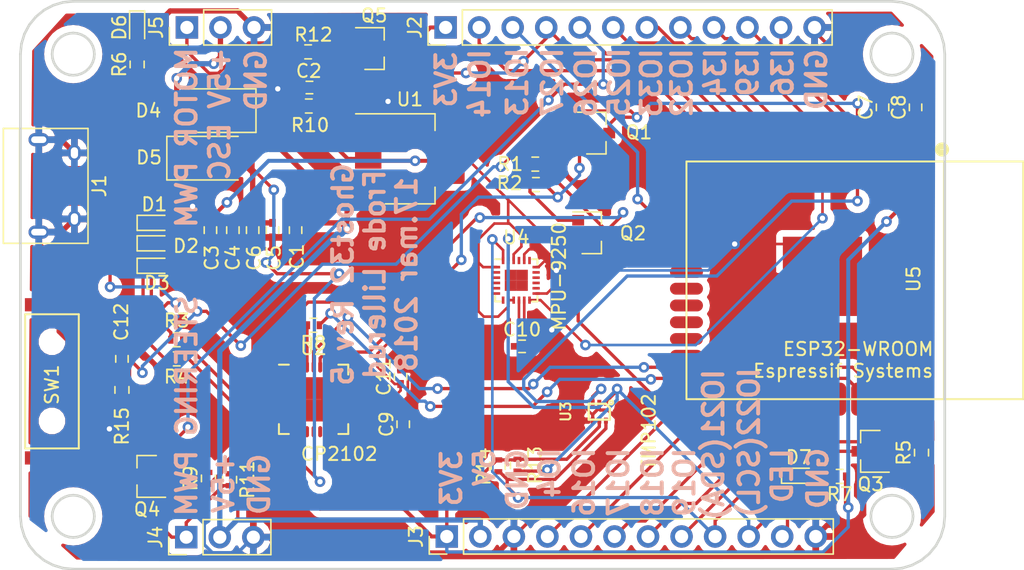
<source format=kicad_pcb>
(kicad_pcb (version 20171130) (host pcbnew 5.0.0-rc2-dev-unknown-9e8bcbe~62~ubuntu16.04.1)
  (layers (0 F.Cu signal) (31 B.Cu signal) (34 B.Paste user) (35 F.Paste user) (36 B.SilkS user) (37 F.SilkS user) (38 B.Mask user) (39 F.Mask user) (44 Edge.Cuts user))
  (net 0 "")
  (net 1 +3V3)
  (net 2 GND)
  (net 3 I39)
  (net 4 STEERING_5V_PWM)
  (net 5 IO26)
  (net 6 IO27)
  (net 7 MOTOR_5V_PWM)
  (net 8 EN)
  (net 9 RTS)
  (net 10 "Net-(Q1-Pad1)")
  (net 11 "Net-(Q3-Pad1)")
  (net 12 LED)
  (net 13 DTR)
  (net 14 IO0)
  (net 15 "Net-(Q2-Pad1)")
  (net 16 +5V)
  (net 17 IO23)
  (net 18 TXD)
  (net 19 "Net-(R8-Pad2)")
  (net 20 "Net-(D7-Pad2)")
  (net 21 "Net-(D6-Pad2)")
  (net 22 "Net-(D3-Pad1)")
  (net 23 "Net-(R4-Pad1)")
  (net 24 "Net-(R3-Pad1)")
  (net 25 "Net-(D2-Pad1)")
  (net 26 I36)
  (net 27 I34)
  (net 28 IO13)
  (net 29 IO14)
  (net 30 IO25)
  (net 31 IO4)
  (net 32 IO16)
  (net 33 IO17)
  (net 34 IO18)
  (net 35 IO19)
  (net 36 +5V_ESC)
  (net 37 RXD)
  (net 38 I35)
  (net 39 VBUS)
  (net 40 "Net-(C10-Pad1)")
  (net 41 IO32)
  (net 42 IO33)
  (net 43 "IO21(SDA)")
  (net 44 "IO22(SCL)")
  (module Resistors_SMD:R_0402 (layer F.Cu) (at 106.85 107.15 180)
    (fp_text reference R3 (at 0 1.45 180) (layer F.SilkS))
    (fp_text value 68)
    (pad 1 smd rect (at -0.45 0 180) (size 0.4 0.6) (layers F.Cu F.Paste F.Mask) (net 24 "Net-(R3-Pad1)"))
    (pad 2 smd rect (at 0.45 0 180) (size 0.4 0.6) (layers F.Cu F.Paste F.Mask) (net 25 "Net-(D2-Pad1)"))
  )
  (module NorBotKiCadFootprints:SOT563 (layer F.Cu) (at 138.85 112.6 270)
    (fp_text reference U3 (at 0 2.54 270) (layer F.SilkS) (effects (font (size 0.762 0.762) (thickness 0.1524))))
    (fp_text value TMP102 hide)
    (pad 1 smd rect (at -0.675 -0.5 270) (size 0.45 0.3) (layers F.Cu F.Paste F.Mask) (net 44 "IO22(SCL)"))
    (pad 3 smd rect (at -0.675 0.5 270) (size 0.45 0.3) (layers F.Cu F.Paste F.Mask) (net 3 I39))
    (pad 5 smd rect (at 0.675 0 270) (size 0.45 0.3) (layers F.Cu F.Paste F.Mask) (net 1 +3V3))
    (pad 2 smd rect (at -0.675 0 270) (size 0.45 0.3) (layers F.Cu F.Paste F.Mask) (net 2 GND))
    (pad 4 smd rect (at 0.675 0.5 270) (size 0.45 0.3) (layers F.Cu F.Paste F.Mask) (net 2 GND))
    (pad 6 smd rect (at 0.675 -0.5 270) (size 0.45 0.3) (layers F.Cu F.Paste F.Mask) (net 43 "IO21(SDA)"))
  )
  (module Pin_Headers:Pin_Header_Straight_1x03_Pitch2.54mm (layer F.Cu) (at 107.57 122.1 90)
    (fp_text reference J4 (at 0 -2.33 90) (layer F.SilkS))
    (fp_text value STEERING)
    (pad 1 thru_hole rect (at 0 0 90) (size 1.7 1.7) (drill 1) (layers *.Cu *.Mask) (net 4 STEERING_5V_PWM))
    (pad 2 thru_hole oval (at 0 2.54 90) (size 1.7 1.7) (drill 1) (layers *.Cu *.Mask) (net 16 +5V))
    (pad 3 thru_hole oval (at 0 5.08 90) (size 1.7 1.7) (drill 1) (layers *.Cu *.Mask) (net 2 GND))
  )
  (module Diodes_SMD:D_SMA (layer F.Cu) (at 109.45 89.8 180)
    (fp_text reference D4 (at 4.75 0 180) (layer F.SilkS))
    (fp_text value Schottky)
    (pad 1 smd rect (at -2 0 180) (size 2.5 1.8) (layers F.Cu F.Paste F.Mask) (net 16 +5V))
    (pad 2 smd rect (at 2 0 180) (size 2.5 1.8) (layers F.Cu F.Paste F.Mask) (net 36 +5V_ESC))
  )
  (module Resistors_SMD:R_0402 (layer F.Cu) (at 116.85 89.45)
    (fp_text reference R10 (at 0.1 1.45) (layer F.SilkS))
    (fp_text value 10k)
    (pad 1 smd rect (at -0.45 0) (size 0.4 0.6) (layers F.Cu F.Paste F.Mask) (net 1 +3V3))
    (pad 2 smd rect (at 0.45 0) (size 0.4 0.6) (layers F.Cu F.Paste F.Mask) (net 6 IO27))
  )
  (module Capacitors_SMD:C_0402 (layer F.Cu) (at 102.7 108.6 270)
    (fp_text reference C12 (at -2.8 0.05 270) (layer F.SilkS))
    (fp_text value 1uF)
    (pad 1 smd rect (at -0.55 0 270) (size 0.6 0.5) (layers F.Cu F.Paste F.Mask) (net 8 EN))
    (pad 2 smd rect (at 0.55 0 270) (size 0.6 0.5) (layers F.Cu F.Paste F.Mask) (net 2 GND))
  )
  (module Capacitors_SMD:C_0402 (layer F.Cu) (at 123.8 109.95 90)
    (fp_text reference C11 (at 0 -1.27 90) (layer F.SilkS))
    (fp_text value 10nF)
    (pad 2 smd rect (at 0.55 0 90) (size 0.6 0.5) (layers F.Cu F.Paste F.Mask) (net 2 GND))
    (pad 1 smd rect (at -0.55 0 90) (size 0.6 0.5) (layers F.Cu F.Paste F.Mask) (net 1 +3V3))
  )
  (module Capacitors_SMD:C_0402 (layer F.Cu) (at 133 107.65)
    (fp_text reference C10 (at 0 -1.27) (layer F.SilkS))
    (fp_text value 100nF)
    (pad 1 smd rect (at -0.55 0) (size 0.6 0.5) (layers F.Cu F.Paste F.Mask) (net 40 "Net-(C10-Pad1)"))
    (pad 2 smd rect (at 0.55 0) (size 0.6 0.5) (layers F.Cu F.Paste F.Mask) (net 2 GND))
  )
  (module Capacitors_SMD:C_0402 (layer F.Cu) (at 124 113.55 90)
    (fp_text reference C9 (at 0 -1.27 90) (layer F.SilkS))
    (fp_text value 100nF)
    (pad 2 smd rect (at 0.55 0 90) (size 0.6 0.5) (layers F.Cu F.Paste F.Mask) (net 2 GND))
    (pad 1 smd rect (at -0.55 0 90) (size 0.6 0.5) (layers F.Cu F.Paste F.Mask) (net 1 +3V3))
  )
  (module Capacitors_SMD:C_0402 (layer F.Cu) (at 162.8 89.55 90)
    (fp_text reference C8 (at 0 -1.27 90) (layer F.SilkS))
    (fp_text value 1uF)
    (pad 1 smd rect (at -0.55 0 90) (size 0.6 0.5) (layers F.Cu F.Paste F.Mask) (net 1 +3V3))
    (pad 2 smd rect (at 0.55 0 90) (size 0.6 0.5) (layers F.Cu F.Paste F.Mask) (net 2 GND))
  )
  (module Capacitors_SMD:C_0402 (layer F.Cu) (at 160.3 89.55 90)
    (fp_text reference C7 (at 0 -1.27 90) (layer F.SilkS))
    (fp_text value 100uF)
    (pad 2 smd rect (at 0.55 0 90) (size 0.6 0.5) (layers F.Cu F.Paste F.Mask) (net 2 GND))
    (pad 1 smd rect (at -0.55 0 90) (size 0.6 0.5) (layers F.Cu F.Paste F.Mask) (net 1 +3V3))
  )
  (module Capacitors_SMD:C_0402 (layer F.Cu) (at 112.6 98.85 270)
    (fp_text reference C6 (at 2.1 -0.1 270) (layer F.SilkS))
    (fp_text value 100nF)
    (pad 1 smd rect (at -0.55 0 270) (size 0.6 0.5) (layers F.Cu F.Paste F.Mask) (net 39 VBUS))
    (pad 2 smd rect (at 0.55 0 270) (size 0.6 0.5) (layers F.Cu F.Paste F.Mask) (net 2 GND))
  )
  (module Capacitors_SMD:C_0402 (layer F.Cu) (at 114.1 98.85 270)
    (fp_text reference C5 (at 2.1 -0.1 270) (layer F.SilkS))
    (fp_text value 10uF)
    (pad 2 smd rect (at 0.55 0 270) (size 0.6 0.5) (layers F.Cu F.Paste F.Mask) (net 2 GND))
    (pad 1 smd rect (at -0.55 0 270) (size 0.6 0.5) (layers F.Cu F.Paste F.Mask) (net 39 VBUS))
  )
  (module Capacitors_SMD:C_0402 (layer F.Cu) (at 111.1 98.85 270)
    (fp_text reference C4 (at 2.1 0 270) (layer F.SilkS))
    (fp_text value 100nF)
    (pad 1 smd rect (at -0.55 0 270) (size 0.6 0.5) (layers F.Cu F.Paste F.Mask) (net 1 +3V3))
    (pad 2 smd rect (at 0.55 0 270) (size 0.6 0.5) (layers F.Cu F.Paste F.Mask) (net 2 GND))
  )
  (module Capacitors_SMD:C_0402 (layer F.Cu) (at 109.4 98.85 270)
    (fp_text reference C3 (at 2.1 -0.1 270) (layer F.SilkS))
    (fp_text value 10uF)
    (pad 2 smd rect (at 0.55 0 270) (size 0.6 0.5) (layers F.Cu F.Paste F.Mask) (net 2 GND))
    (pad 1 smd rect (at -0.55 0 270) (size 0.6 0.5) (layers F.Cu F.Paste F.Mask) (net 1 +3V3))
  )
  (module Capacitors_SMD:C_0402 (layer F.Cu) (at 116.9 88.05 180)
    (fp_text reference C2 (at 0.05 1.25 180) (layer F.SilkS))
    (fp_text value 10uF)
    (pad 1 smd rect (at -0.55 0 180) (size 0.6 0.5) (layers F.Cu F.Paste F.Mask) (net 1 +3V3))
    (pad 2 smd rect (at 0.55 0 180) (size 0.6 0.5) (layers F.Cu F.Paste F.Mask) (net 2 GND))
  )
  (module Capacitors_SMD:C_0402 (layer F.Cu) (at 115.85 98.85 270)
    (fp_text reference C1 (at 2 -0.1 270) (layer F.SilkS))
    (fp_text value 10uF)
    (pad 2 smd rect (at 0.55 0 270) (size 0.6 0.5) (layers F.Cu F.Paste F.Mask) (net 2 GND))
    (pad 1 smd rect (at -0.55 0 270) (size 0.6 0.5) (layers F.Cu F.Paste F.Mask) (net 16 +5V))
  )
  (module Connectors:USB_Micro-B (layer F.Cu) (at 97.75 95.5 270)
    (fp_text reference J1 (at 0 -3.24 270) (layer F.SilkS))
    (fp_text value USB_OTG)
    (pad 6 thru_hole oval (at 3.5 1.35) (size 1.55 1) (drill oval 1.15 0.5) (layers *.Cu *.Mask) (net 2 GND))
    (pad 6 thru_hole oval (at -3.5 1.35) (size 1.55 1) (drill oval 1.15 0.5) (layers *.Cu *.Mask) (net 2 GND))
    (pad 6 thru_hole oval (at 2.5 -1.35) (size 0.95 1.25) (drill oval 0.55 0.85) (layers *.Cu *.Mask) (net 2 GND))
    (pad 6 thru_hole oval (at -2.5 -1.35) (size 0.95 1.25) (drill oval 0.55 0.85) (layers *.Cu *.Mask) (net 2 GND))
    (pad 5 smd rect (at 1.3 -1.35) (size 1.35 0.4) (layers F.Cu F.Paste F.Mask) (net 2 GND))
    (pad 4 smd rect (at 0.65 -1.35) (size 1.35 0.4) (layers F.Cu F.Paste F.Mask))
    (pad 3 smd rect (at 0 -1.35) (size 1.35 0.4) (layers F.Cu F.Paste F.Mask) (net 25 "Net-(D2-Pad1)"))
    (pad 2 smd rect (at -0.65 -1.35) (size 1.35 0.4) (layers F.Cu F.Paste F.Mask) (net 22 "Net-(D3-Pad1)"))
    (pad 1 smd rect (at -1.3 -1.35) (size 1.35 0.4) (layers F.Cu F.Paste F.Mask) (net 39 VBUS))
  )
  (module Diodes_SMD:D_0603 (layer F.Cu) (at 105.15 98.3)
    (fp_text reference D1 (at 0 -1.4) (layer F.SilkS))
    (fp_text value ESD)
    (pad 2 smd rect (at 0.85 0) (size 0.6 0.8) (layers F.Cu F.Paste F.Mask) (net 2 GND))
    (pad 1 smd rect (at -0.85 0) (size 0.6 0.8) (layers F.Cu F.Paste F.Mask) (net 39 VBUS))
  )
  (module Diodes_SMD:D_0603 (layer F.Cu) (at 105.15 99.85)
    (fp_text reference D2 (at 2.4 0.2) (layer F.SilkS))
    (fp_text value ESD)
    (pad 1 smd rect (at -0.85 0) (size 0.6 0.8) (layers F.Cu F.Paste F.Mask) (net 25 "Net-(D2-Pad1)"))
    (pad 2 smd rect (at 0.85 0) (size 0.6 0.8) (layers F.Cu F.Paste F.Mask) (net 2 GND))
  )
  (module Diodes_SMD:D_0603 (layer F.Cu) (at 105.15 101.55)
    (fp_text reference D3 (at 0.2 1.3) (layer F.SilkS))
    (fp_text value ESD)
    (pad 2 smd rect (at 0.85 0) (size 0.6 0.8) (layers F.Cu F.Paste F.Mask) (net 2 GND))
    (pad 1 smd rect (at -0.85 0) (size 0.6 0.8) (layers F.Cu F.Paste F.Mask) (net 22 "Net-(D3-Pad1)"))
  )
  (module Diodes_SMD:D_0603 (layer F.Cu) (at 103.85 83.55 270)
    (fp_text reference D6 (at -0.05 1.35 270) (layer F.SilkS))
    (fp_text value GREEN)
    (pad 1 smd rect (at -0.85 0 270) (size 0.6 0.8) (layers F.Cu F.Paste F.Mask) (net 2 GND))
    (pad 2 smd rect (at 0.85 0 270) (size 0.6 0.8) (layers F.Cu F.Paste F.Mask) (net 21 "Net-(D6-Pad2)"))
  )
  (module Diodes_SMD:D_0603 (layer F.Cu) (at 153.95 117.45)
    (fp_text reference D7 (at 0 -1.4) (layer F.SilkS))
    (fp_text value YELLOW)
    (pad 2 smd rect (at 0.85 0) (size 0.6 0.8) (layers F.Cu F.Paste F.Mask) (net 20 "Net-(D7-Pad2)"))
    (pad 1 smd rect (at -0.85 0) (size 0.6 0.8) (layers F.Cu F.Paste F.Mask) (net 12 LED))
  )
  (module Diodes_SMD:D_SMA (layer F.Cu) (at 109.5 93.4)
    (fp_text reference D5 (at -4.75 -0.05) (layer F.SilkS))
    (fp_text value Schottky)
    (pad 2 smd rect (at 2 0) (size 2.5 1.8) (layers F.Cu F.Paste F.Mask) (net 39 VBUS))
    (pad 1 smd rect (at -2 0) (size 2.5 1.8) (layers F.Cu F.Paste F.Mask) (net 16 +5V))
  )
  (module Housings_DFN_QFN:QFN-24-1EP_3x3mm_Pitch0.4mm (layer F.Cu) (at 132.565 102.65)
    (fp_text reference U4 (at 0 -3.25) (layer F.SilkS))
    (fp_text value MPU-9250)
    (pad 25 smd rect (at -0.435 -0.4) (size 0.875 0.8) (layers F.Cu F.Paste F.Mask))
    (pad 25 smd rect (at -0.435 0.4) (size 0.875 0.8) (layers F.Cu F.Paste F.Mask))
    (pad 25 smd rect (at 0.435 -0.4) (size 0.875 0.8) (layers F.Cu F.Paste F.Mask))
    (pad 25 smd rect (at 0.435 0.4) (size 0.875 0.8) (layers F.Cu F.Paste F.Mask))
    (pad 24 smd rect (at -1 -1.5 90) (size 0.55 0.2) (layers F.Cu F.Paste F.Mask) (net 43 "IO21(SDA)"))
    (pad 23 smd rect (at -0.6 -1.5 90) (size 0.55 0.2) (layers F.Cu F.Paste F.Mask) (net 44 "IO22(SCL)"))
    (pad 22 smd rect (at -0.2 -1.5 90) (size 0.55 0.2) (layers F.Cu F.Paste F.Mask) (net 1 +3V3))
    (pad 21 smd rect (at 0.2 -1.5 90) (size 0.55 0.2) (layers F.Cu F.Paste F.Mask))
    (pad 20 smd rect (at 0.6 -1.5 90) (size 0.55 0.2) (layers F.Cu F.Paste F.Mask) (net 2 GND))
    (pad 19 smd rect (at 1 -1.5 90) (size 0.55 0.2) (layers F.Cu F.Paste F.Mask))
    (pad 18 smd rect (at 1.5 -1) (size 0.55 0.2) (layers F.Cu F.Paste F.Mask) (net 2 GND))
    (pad 17 smd rect (at 1.5 -0.6) (size 0.55 0.2) (layers F.Cu F.Paste F.Mask))
    (pad 16 smd rect (at 1.5 -0.2) (size 0.55 0.2) (layers F.Cu F.Paste F.Mask))
    (pad 15 smd rect (at 1.5 0.2) (size 0.55 0.2) (layers F.Cu F.Paste F.Mask))
    (pad 14 smd rect (at 1.5 0.6) (size 0.55 0.2) (layers F.Cu F.Paste F.Mask))
    (pad 13 smd rect (at 1.5 1) (size 0.55 0.2) (layers F.Cu F.Paste F.Mask) (net 1 +3V3))
    (pad 12 smd rect (at 1 1.5 90) (size 0.55 0.2) (layers F.Cu F.Paste F.Mask) (net 38 I35))
    (pad 11 smd rect (at 0.6 1.5 90) (size 0.55 0.2) (layers F.Cu F.Paste F.Mask) (net 2 GND))
    (pad 10 smd rect (at 0.2 1.5 90) (size 0.55 0.2) (layers F.Cu F.Paste F.Mask) (net 40 "Net-(C10-Pad1)"))
    (pad 9 smd rect (at -0.2 1.5 90) (size 0.55 0.2) (layers F.Cu F.Paste F.Mask) (net 1 +3V3))
    (pad 8 smd rect (at -0.6 1.5 90) (size 0.55 0.2) (layers F.Cu F.Paste F.Mask) (net 1 +3V3))
    (pad 7 smd rect (at -1 1.5 90) (size 0.55 0.2) (layers F.Cu F.Paste F.Mask))
    (pad 6 smd rect (at -1.5 1) (size 0.55 0.2) (layers F.Cu F.Paste F.Mask))
    (pad 5 smd rect (at -1.5 0.6) (size 0.55 0.2) (layers F.Cu F.Paste F.Mask))
    (pad 4 smd rect (at -1.5 0.2) (size 0.55 0.2) (layers F.Cu F.Paste F.Mask))
    (pad 3 smd rect (at -1.5 -0.2) (size 0.55 0.2) (layers F.Cu F.Paste F.Mask))
    (pad 2 smd rect (at -1.5 -0.6) (size 0.55 0.2) (layers F.Cu F.Paste F.Mask))
    (pad 1 smd rect (at -1.5 -1) (size 0.55 0.2) (layers F.Cu F.Paste F.Mask) (net 1 +3V3))
  )
  (module Housings_DFN_QFN:QFN-28-1EP_5x5mm_Pitch0.5mm (layer F.Cu) (at 117.2125 111.6625)
    (fp_text reference U2 (at 0 -3.875) (layer F.SilkS))
    (fp_text value CP2102)
    (pad 29 smd rect (at -0.8375 -0.8375) (size 1.675 1.675) (layers F.Cu F.Paste F.Mask) (net 2 GND))
    (pad 29 smd rect (at -0.8375 0.8375) (size 1.675 1.675) (layers F.Cu F.Paste F.Mask) (net 2 GND))
    (pad 29 smd rect (at 0.8375 -0.8375) (size 1.675 1.675) (layers F.Cu F.Paste F.Mask) (net 2 GND))
    (pad 29 smd rect (at 0.8375 0.8375) (size 1.675 1.675) (layers F.Cu F.Paste F.Mask) (net 2 GND))
    (pad 28 smd oval (at -1.5 -2.45 90) (size 0.85 0.3) (layers F.Cu F.Paste F.Mask) (net 13 DTR))
    (pad 27 smd oval (at -1 -2.45 90) (size 0.85 0.3) (layers F.Cu F.Paste F.Mask))
    (pad 26 smd oval (at -0.5 -2.45 90) (size 0.85 0.3) (layers F.Cu F.Paste F.Mask) (net 19 "Net-(R8-Pad2)"))
    (pad 25 smd oval (at 0 -2.45 90) (size 0.85 0.3) (layers F.Cu F.Paste F.Mask) (net 37 RXD))
    (pad 24 smd oval (at 0.5 -2.45 90) (size 0.85 0.3) (layers F.Cu F.Paste F.Mask) (net 9 RTS))
    (pad 23 smd oval (at 1 -2.45 90) (size 0.85 0.3) (layers F.Cu F.Paste F.Mask))
    (pad 22 smd oval (at 1.5 -2.45 90) (size 0.85 0.3) (layers F.Cu F.Paste F.Mask))
    (pad 21 smd oval (at 2.45 -1.5) (size 0.85 0.3) (layers F.Cu F.Paste F.Mask))
    (pad 20 smd oval (at 2.45 -1) (size 0.85 0.3) (layers F.Cu F.Paste F.Mask))
    (pad 19 smd oval (at 2.45 -0.5) (size 0.85 0.3) (layers F.Cu F.Paste F.Mask))
    (pad 18 smd oval (at 2.45 0) (size 0.85 0.3) (layers F.Cu F.Paste F.Mask))
    (pad 17 smd oval (at 2.45 0.5) (size 0.85 0.3) (layers F.Cu F.Paste F.Mask))
    (pad 16 smd oval (at 2.45 1) (size 0.85 0.3) (layers F.Cu F.Paste F.Mask))
    (pad 15 smd oval (at 2.45 1.5) (size 0.85 0.3) (layers F.Cu F.Paste F.Mask))
    (pad 14 smd oval (at 1.5 2.45 90) (size 0.85 0.3) (layers F.Cu F.Paste F.Mask))
    (pad 13 smd oval (at 1 2.45 90) (size 0.85 0.3) (layers F.Cu F.Paste F.Mask))
    (pad 12 smd oval (at 0.5 2.45 90) (size 0.85 0.3) (layers F.Cu F.Paste F.Mask))
    (pad 11 smd oval (at 0 2.45 90) (size 0.85 0.3) (layers F.Cu F.Paste F.Mask))
    (pad 10 smd oval (at -0.5 2.45 90) (size 0.85 0.3) (layers F.Cu F.Paste F.Mask))
    (pad 9 smd oval (at -1 2.45 90) (size 0.85 0.3) (layers F.Cu F.Paste F.Mask))
    (pad 8 smd oval (at -1.5 2.45 90) (size 0.85 0.3) (layers F.Cu F.Paste F.Mask) (net 39 VBUS))
    (pad 7 smd oval (at -2.45 1.5) (size 0.85 0.3) (layers F.Cu F.Paste F.Mask) (net 1 +3V3))
    (pad 6 smd oval (at -2.45 1) (size 0.85 0.3) (layers F.Cu F.Paste F.Mask) (net 1 +3V3))
    (pad 5 smd oval (at -2.45 0.5) (size 0.85 0.3) (layers F.Cu F.Paste F.Mask) (net 23 "Net-(R4-Pad1)"))
    (pad 4 smd oval (at -2.45 0) (size 0.85 0.3) (layers F.Cu F.Paste F.Mask) (net 24 "Net-(R3-Pad1)"))
    (pad 3 smd oval (at -2.45 -0.5) (size 0.85 0.3) (layers F.Cu F.Paste F.Mask) (net 2 GND))
    (pad 2 smd oval (at -2.45 -1) (size 0.85 0.3) (layers F.Cu F.Paste F.Mask))
    (pad 1 smd oval (at -2.45 -1.5) (size 0.85 0.3) (layers F.Cu F.Paste F.Mask))
  )
  (module NorBotKiCadFootprints:ESP32-WROOM (layer F.Cu) (at 158.2 102.65 90)
    (fp_text reference U5 (at 0.1 4.45 90) (layer F.SilkS))
    (fp_text value ESP-WROOM-32)
    (fp_text user "Espressif Systems" (at -6.858 -0.889 180) (layer F.SilkS))
    (fp_text user ESP32-WROOM (at -5.207 0.254 180) (layer F.SilkS))
    (pad 38 smd oval (at -9 5.25 90) (size 2.5 0.9) (layers F.Cu F.Paste F.Mask) (net 2 GND))
    (pad 37 smd oval (at -9 3.98 90) (size 2.5 0.9) (layers F.Cu F.Paste F.Mask) (net 17 IO23))
    (pad 36 smd oval (at -9 2.71 90) (size 2.5 0.9) (layers F.Cu F.Paste F.Mask) (net 44 "IO22(SCL)"))
    (pad 35 smd oval (at -9 1.44 90) (size 2.5 0.9) (layers F.Cu F.Paste F.Mask) (net 37 RXD))
    (pad 34 smd oval (at -9 0.17 90) (size 2.5 0.9) (layers F.Cu F.Paste F.Mask) (net 18 TXD))
    (pad 33 smd oval (at -9 -1.1 90) (size 2.5 0.9) (layers F.Cu F.Paste F.Mask) (net 43 "IO21(SDA)"))
    (pad 32 smd oval (at -9 -2.37 90) (size 2.5 0.9) (layers F.Cu F.Paste F.Mask))
    (pad 31 smd oval (at -9 -3.64 90) (size 2.5 0.9) (layers F.Cu F.Paste F.Mask) (net 35 IO19))
    (pad 30 smd oval (at -9 -4.91 90) (size 2.5 0.9) (layers F.Cu F.Paste F.Mask) (net 34 IO18))
    (pad 29 smd oval (at -9 -6.18 90) (size 2.5 0.9) (layers F.Cu F.Paste F.Mask))
    (pad 28 smd oval (at -9 -7.45 90) (size 2.5 0.9) (layers F.Cu F.Paste F.Mask) (net 33 IO17))
    (pad 27 smd oval (at -9 -8.72 90) (size 2.5 0.9) (layers F.Cu F.Paste F.Mask) (net 32 IO16))
    (pad 26 smd oval (at -9 -9.99 90) (size 2.5 0.9) (layers F.Cu F.Paste F.Mask) (net 31 IO4))
    (pad 25 smd oval (at -9 -11.26 90) (size 2.5 0.9) (layers F.Cu F.Paste F.Mask) (net 14 IO0))
    (pad 24 smd oval (at -5.715 -12.75 90) (size 0.9 2.5) (layers F.Cu F.Paste F.Mask))
    (pad 23 smd oval (at -4.445 -12.75 90) (size 0.9 2.5) (layers F.Cu F.Paste F.Mask))
    (pad 22 smd oval (at -3.175 -12.75 90) (size 0.9 2.5) (layers F.Cu F.Paste F.Mask))
    (pad 21 smd oval (at -1.905 -12.75 90) (size 0.9 2.5) (layers F.Cu F.Paste F.Mask))
    (pad 20 smd oval (at -0.635 -12.75 90) (size 0.9 2.5) (layers F.Cu F.Paste F.Mask))
    (pad 19 smd oval (at 0.635 -12.75 90) (size 0.9 2.5) (layers F.Cu F.Paste F.Mask))
    (pad 18 smd oval (at 1.905 -12.75 90) (size 0.9 2.5) (layers F.Cu F.Paste F.Mask))
    (pad 17 smd oval (at 3.175 -12.75 90) (size 0.9 2.5) (layers F.Cu F.Paste F.Mask))
    (pad 16 smd oval (at 4.445 -12.75 90) (size 0.9 2.5) (layers F.Cu F.Paste F.Mask) (net 28 IO13))
    (pad 15 smd oval (at 5.715 -12.75 90) (size 0.9 2.5) (layers F.Cu F.Paste F.Mask) (net 2 GND))
    (pad 14 smd oval (at 9 -11.26 90) (size 2.5 0.9) (layers F.Cu F.Paste F.Mask))
    (pad 13 smd oval (at 9 -9.99 90) (size 2.5 0.9) (layers F.Cu F.Paste F.Mask) (net 29 IO14))
    (pad 12 smd oval (at 9 -8.72 90) (size 2.5 0.9) (layers F.Cu F.Paste F.Mask) (net 6 IO27))
    (pad 11 smd oval (at 9 -7.45 90) (size 2.5 0.9) (layers F.Cu F.Paste F.Mask) (net 5 IO26))
    (pad 10 smd oval (at 9 -6.18 90) (size 2.5 0.9) (layers F.Cu F.Paste F.Mask) (net 30 IO25))
    (pad 9 smd oval (at 9 -4.91 90) (size 2.5 0.9) (layers F.Cu F.Paste F.Mask) (net 42 IO33))
    (pad 8 smd oval (at 9 -3.64 90) (size 2.5 0.9) (layers F.Cu F.Paste F.Mask) (net 41 IO32))
    (pad 7 smd oval (at 9 -2.37 90) (size 2.5 0.9) (layers F.Cu F.Paste F.Mask) (net 38 I35))
    (pad 6 smd oval (at 9 -1.1 90) (size 2.5 0.9) (layers F.Cu F.Paste F.Mask) (net 27 I34))
    (pad 5 smd oval (at 9 0.17 90) (size 2.5 0.9) (layers F.Cu F.Paste F.Mask) (net 3 I39))
    (pad 4 smd oval (at 9 1.44 90) (size 2.5 0.9) (layers F.Cu F.Paste F.Mask) (net 26 I36))
    (pad 3 smd oval (at 9 2.71 90) (size 2.5 0.9) (layers F.Cu F.Paste F.Mask) (net 8 EN))
    (pad 2 smd oval (at 9 3.98 90) (size 2.5 0.9) (layers F.Cu F.Paste F.Mask) (net 1 +3V3))
    (pad 1 smd oval (at 9 5.25 90) (size 2.5 0.9) (layers F.Cu F.Paste F.Mask) (net 2 GND))
    (pad 39 smd rect (at 0.3 -2.45 90) (size 6 6) (layers F.Cu F.Paste F.Mask) (net 2 GND))
  )
  (module NorBotKiCadFootprints:SlideSwitchSpringReturn (layer F.Cu) (at 97.4 110.3 270)
    (fp_text reference SW1 (at 0.254 0 270) (layer F.SilkS))
    (fp_text value SW_SPDT)
    (pad 3 smd rect (at -3.75 -2.5 270) (size 1 1.3) (layers F.Cu F.Paste F.Mask) (net 8 EN))
    (pad 2 smd rect (at -0.75 -2.5 270) (size 1 1.3) (layers F.Cu F.Paste F.Mask) (net 2 GND))
    (pad 2 smd rect (at 0.75 -2.5 270) (size 1 1.3) (layers F.Cu F.Paste F.Mask) (net 2 GND))
    (pad 1 smd rect (at 3.75 -2.5 270) (size 1 1.3) (layers F.Cu F.Paste F.Mask))
    (pad "" np_thru_hole circle (at 3 0 270) (size 1 1) (drill 1) (layers *.Cu *.Mask))
    (pad "" np_thru_hole circle (at -3 0 270) (size 1 1) (drill 1) (layers *.Cu *.Mask))
    (pad "" smd rect (at -5.8 -1.5 270) (size 1 1.1) (layers F.Cu F.Paste F.Mask))
    (pad "" smd rect (at -5.8 1.5 270) (size 1 1.1) (layers F.Cu F.Paste F.Mask))
    (pad "" smd rect (at 5.8 -1.5 270) (size 1 1.1) (layers F.Cu F.Paste F.Mask))
    (pad "" smd rect (at 5.8 1.5 270) (size 1 1.1) (layers F.Cu F.Paste F.Mask))
  )
  (module Pin_Headers:Pin_Header_Straight_1x03_Pitch2.54mm (layer F.Cu) (at 107.62 83.5 90)
    (fp_text reference J5 (at 0 -2.33 90) (layer F.SilkS))
    (fp_text value MOTOR)
    (pad 3 thru_hole oval (at 0 5.08 90) (size 1.7 1.7) (drill 1) (layers *.Cu *.Mask) (net 2 GND))
    (pad 2 thru_hole oval (at 0 2.54 90) (size 1.7 1.7) (drill 1) (layers *.Cu *.Mask) (net 36 +5V_ESC))
    (pad 1 thru_hole rect (at 0 0 90) (size 1.7 1.7) (drill 1) (layers *.Cu *.Mask) (net 7 MOTOR_5V_PWM))
  )
  (module Pin_Headers:Pin_Header_Straight_1x12_Pitch2.54mm (layer F.Cu) (at 127.3 122.05 90)
    (fp_text reference J3 (at 0 -2.33 90) (layer F.SilkS))
    (fp_text value CONN_01X12)
    (pad 1 thru_hole rect (at 0 0 90) (size 1.7 1.7) (drill 1) (layers *.Cu *.Mask) (net 1 +3V3))
    (pad 2 thru_hole oval (at 0 2.54 90) (size 1.7 1.7) (drill 1) (layers *.Cu *.Mask) (net 16 +5V))
    (pad 3 thru_hole oval (at 0 5.08 90) (size 1.7 1.7) (drill 1) (layers *.Cu *.Mask) (net 2 GND))
    (pad 4 thru_hole oval (at 0 7.62 90) (size 1.7 1.7) (drill 1) (layers *.Cu *.Mask) (net 31 IO4))
    (pad 5 thru_hole oval (at 0 10.16 90) (size 1.7 1.7) (drill 1) (layers *.Cu *.Mask) (net 32 IO16))
    (pad 6 thru_hole oval (at 0 12.7 90) (size 1.7 1.7) (drill 1) (layers *.Cu *.Mask) (net 33 IO17))
    (pad 7 thru_hole oval (at 0 15.24 90) (size 1.7 1.7) (drill 1) (layers *.Cu *.Mask) (net 34 IO18))
    (pad 8 thru_hole oval (at 0 17.78 90) (size 1.7 1.7) (drill 1) (layers *.Cu *.Mask) (net 35 IO19))
    (pad 9 thru_hole oval (at 0 20.32 90) (size 1.7 1.7) (drill 1) (layers *.Cu *.Mask) (net 43 "IO21(SDA)"))
    (pad 10 thru_hole oval (at 0 22.86 90) (size 1.7 1.7) (drill 1) (layers *.Cu *.Mask) (net 44 "IO22(SCL)"))
    (pad 11 thru_hole oval (at 0 25.4 90) (size 1.7 1.7) (drill 1) (layers *.Cu *.Mask) (net 12 LED))
    (pad 12 thru_hole oval (at 0 27.94 90) (size 1.7 1.7) (drill 1) (layers *.Cu *.Mask) (net 2 GND))
  )
  (module Pin_Headers:Pin_Header_Straight_1x12_Pitch2.54mm (layer F.Cu) (at 127.21 83.5 90)
    (fp_text reference J2 (at 0 -2.33 90) (layer F.SilkS))
    (fp_text value CONN_01X12)
    (pad 12 thru_hole oval (at 0 27.94 90) (size 1.7 1.7) (drill 1) (layers *.Cu *.Mask) (net 2 GND))
    (pad 11 thru_hole oval (at 0 25.4 90) (size 1.7 1.7) (drill 1) (layers *.Cu *.Mask) (net 26 I36))
    (pad 10 thru_hole oval (at 0 22.86 90) (size 1.7 1.7) (drill 1) (layers *.Cu *.Mask) (net 3 I39))
    (pad 9 thru_hole oval (at 0 20.32 90) (size 1.7 1.7) (drill 1) (layers *.Cu *.Mask) (net 27 I34))
    (pad 8 thru_hole oval (at 0 17.78 90) (size 1.7 1.7) (drill 1) (layers *.Cu *.Mask) (net 41 IO32))
    (pad 7 thru_hole oval (at 0 15.24 90) (size 1.7 1.7) (drill 1) (layers *.Cu *.Mask) (net 42 IO33))
    (pad 6 thru_hole oval (at 0 12.7 90) (size 1.7 1.7) (drill 1) (layers *.Cu *.Mask) (net 30 IO25))
    (pad 5 thru_hole oval (at 0 10.16 90) (size 1.7 1.7) (drill 1) (layers *.Cu *.Mask) (net 5 IO26))
    (pad 4 thru_hole oval (at 0 7.62 90) (size 1.7 1.7) (drill 1) (layers *.Cu *.Mask) (net 6 IO27))
    (pad 3 thru_hole oval (at 0 5.08 90) (size 1.7 1.7) (drill 1) (layers *.Cu *.Mask) (net 28 IO13))
    (pad 2 thru_hole oval (at 0 2.54 90) (size 1.7 1.7) (drill 1) (layers *.Cu *.Mask) (net 29 IO14))
    (pad 1 thru_hole rect (at 0 0 90) (size 1.7 1.7) (drill 1) (layers *.Cu *.Mask) (net 1 +3V3))
  )
  (module Resistors_SMD:R_0402 (layer F.Cu) (at 116.8 85.35)
    (fp_text reference R12 (at 0.4 -1.3) (layer F.SilkS))
    (fp_text value 10k)
    (pad 2 smd rect (at 0.45 0) (size 0.4 0.6) (layers F.Cu F.Paste F.Mask) (net 7 MOTOR_5V_PWM))
    (pad 1 smd rect (at -0.45 0) (size 0.4 0.6) (layers F.Cu F.Paste F.Mask) (net 16 +5V))
  )
  (module Resistors_SMD:R_0402 (layer F.Cu) (at 102.7 110.95 90)
    (fp_text reference R15 (at -2.75 0 90) (layer F.SilkS))
    (fp_text value 12k)
    (pad 1 smd rect (at -0.45 0 90) (size 0.4 0.6) (layers F.Cu F.Paste F.Mask) (net 1 +3V3))
    (pad 2 smd rect (at 0.45 0 90) (size 0.4 0.6) (layers F.Cu F.Paste F.Mask) (net 8 EN))
  )
  (module Resistors_SMD:R_0402 (layer F.Cu) (at 131.2 116.7 270)
    (fp_text reference R14 (at 0.05 1.1 270) (layer F.SilkS))
    (fp_text value 10k)
    (pad 2 smd rect (at 0.45 0 270) (size 0.4 0.6) (layers F.Cu F.Paste F.Mask) (net 43 "IO21(SDA)"))
    (pad 1 smd rect (at -0.45 0 270) (size 0.4 0.6) (layers F.Cu F.Paste F.Mask) (net 1 +3V3))
  )
  (module Resistors_SMD:R_0402 (layer F.Cu) (at 134 93.85)
    (fp_text reference R1 (at -1.9 0) (layer F.SilkS))
    (fp_text value 12k)
    (pad 1 smd rect (at -0.45 0) (size 0.4 0.6) (layers F.Cu F.Paste F.Mask) (net 10 "Net-(Q1-Pad1)"))
    (pad 2 smd rect (at 0.45 0) (size 0.4 0.6) (layers F.Cu F.Paste F.Mask) (net 13 DTR))
  )
  (module Resistors_SMD:R_0402 (layer F.Cu) (at 134.05 95.4)
    (fp_text reference R2 (at -2 -0.1) (layer F.SilkS))
    (fp_text value 12k)
    (pad 2 smd rect (at 0.45 0) (size 0.4 0.6) (layers F.Cu F.Paste F.Mask) (net 9 RTS))
    (pad 1 smd rect (at -0.45 0) (size 0.4 0.6) (layers F.Cu F.Paste F.Mask) (net 15 "Net-(Q2-Pad1)"))
  )
  (module Resistors_SMD:R_0402 (layer F.Cu) (at 106.85 108.6 180)
    (fp_text reference R4 (at 0 -1.35 180) (layer F.SilkS))
    (fp_text value 68)
    (pad 2 smd rect (at 0.45 0 180) (size 0.4 0.6) (layers F.Cu F.Paste F.Mask) (net 22 "Net-(D3-Pad1)"))
    (pad 1 smd rect (at -0.45 0 180) (size 0.4 0.6) (layers F.Cu F.Paste F.Mask) (net 23 "Net-(R4-Pad1)"))
  )
  (module Resistors_SMD:R_0402 (layer F.Cu) (at 103.85 86.3 90)
    (fp_text reference R6 (at 0 -1.35 90) (layer F.SilkS))
    (fp_text value 1k)
    (pad 1 smd rect (at -0.45 0 90) (size 0.4 0.6) (layers F.Cu F.Paste F.Mask) (net 16 +5V))
    (pad 2 smd rect (at 0.45 0 90) (size 0.4 0.6) (layers F.Cu F.Paste F.Mask) (net 21 "Net-(D6-Pad2)"))
  )
  (module Resistors_SMD:R_0402 (layer F.Cu) (at 157.05 117.5 180)
    (fp_text reference R7 (at 0 -1.35 180) (layer F.SilkS))
    (fp_text value 330)
    (pad 2 smd rect (at 0.45 0 180) (size 0.4 0.6) (layers F.Cu F.Paste F.Mask) (net 20 "Net-(D7-Pad2)"))
    (pad 1 smd rect (at -0.45 0 180) (size 0.4 0.6) (layers F.Cu F.Paste F.Mask) (net 1 +3V3))
  )
  (module Resistors_SMD:R_0402 (layer F.Cu) (at 117.2 106.05 180)
    (fp_text reference R8 (at 0 -1.35 180) (layer F.SilkS))
    (fp_text value 470)
    (pad 1 smd rect (at -0.45 0 180) (size 0.4 0.6) (layers F.Cu F.Paste F.Mask) (net 18 TXD))
    (pad 2 smd rect (at 0.45 0 180) (size 0.4 0.6) (layers F.Cu F.Paste F.Mask) (net 19 "Net-(R8-Pad2)"))
  )
  (module Resistors_SMD:R_0402 (layer F.Cu) (at 109.25 117.65 90)
    (fp_text reference R9 (at 0 -1.35 90) (layer F.SilkS))
    (fp_text value 10k)
    (pad 2 smd rect (at 0.45 0 90) (size 0.4 0.6) (layers F.Cu F.Paste F.Mask) (net 5 IO26))
    (pad 1 smd rect (at -0.45 0 90) (size 0.4 0.6) (layers F.Cu F.Paste F.Mask) (net 1 +3V3))
  )
  (module Resistors_SMD:R_0402 (layer F.Cu) (at 110.85 117.75 270)
    (fp_text reference R11 (at 0 -1.35 270) (layer F.SilkS))
    (fp_text value 10k)
    (pad 2 smd rect (at 0.45 0 270) (size 0.4 0.6) (layers F.Cu F.Paste F.Mask) (net 4 STEERING_5V_PWM))
    (pad 1 smd rect (at -0.45 0 270) (size 0.4 0.6) (layers F.Cu F.Paste F.Mask) (net 16 +5V))
  )
  (module Resistors_SMD:R_0402 (layer F.Cu) (at 132.65 116.65 270)
    (fp_text reference R13 (at 0 -1.35 270) (layer F.SilkS))
    (fp_text value 10k)
    (pad 1 smd rect (at -0.45 0 270) (size 0.4 0.6) (layers F.Cu F.Paste F.Mask) (net 1 +3V3))
    (pad 2 smd rect (at 0.45 0 270) (size 0.4 0.6) (layers F.Cu F.Paste F.Mask) (net 44 "IO22(SCL)"))
  )
  (module Resistors_SMD:R_0402 (layer F.Cu) (at 163.25 115.7 90)
    (fp_text reference R5 (at 0 -1.35 90) (layer F.SilkS))
    (fp_text value 10k)
    (pad 2 smd rect (at 0.45 0 90) (size 0.4 0.6) (layers F.Cu F.Paste F.Mask) (net 17 IO23))
    (pad 1 smd rect (at -0.45 0 90) (size 0.4 0.6) (layers F.Cu F.Paste F.Mask) (net 11 "Net-(Q3-Pad1)"))
  )
  (module TO_SOT_Packages_SMD:SOT-223-3Lead_TabPin2 (layer F.Cu) (at 124.5 93.45)
    (fp_text reference U1 (at 0 -4.5) (layer F.SilkS))
    (fp_text value NCP1117-3.3_SOT223)
    (pad 1 smd rect (at -3.15 -2.3) (size 2 1.5) (layers F.Cu F.Paste F.Mask) (net 2 GND))
    (pad 3 smd rect (at -3.15 2.3) (size 2 1.5) (layers F.Cu F.Paste F.Mask) (net 16 +5V))
    (pad 2 smd rect (at -3.15 0) (size 2 1.5) (layers F.Cu F.Paste F.Mask) (net 1 +3V3))
    (pad 2 smd rect (at 3.15 0) (size 2 3.8) (layers F.Cu F.Paste F.Mask) (net 1 +3V3))
  )
  (module TO_SOT_Packages_SMD:SOT-23 (layer F.Cu) (at 138.25 99.05)
    (fp_text reference Q2 (at 3.15 0.05) (layer F.SilkS))
    (fp_text value Q_NPN_BEC)
    (pad 3 smd rect (at 1 0) (size 0.9 0.8) (layers F.Cu F.Paste F.Mask) (net 13 DTR))
    (pad 2 smd rect (at -1 0.95) (size 0.9 0.8) (layers F.Cu F.Paste F.Mask) (net 14 IO0))
    (pad 1 smd rect (at -1 -0.95) (size 0.9 0.8) (layers F.Cu F.Paste F.Mask) (net 15 "Net-(Q2-Pad1)"))
  )
  (module TO_SOT_Packages_SMD:SOT-23 (layer F.Cu) (at 159.4 115.6 180)
    (fp_text reference Q3 (at 0 -2.5 180) (layer F.SilkS))
    (fp_text value Q_NPN_BEC)
    (pad 1 smd rect (at -1 -0.95 180) (size 0.9 0.8) (layers F.Cu F.Paste F.Mask) (net 11 "Net-(Q3-Pad1)"))
    (pad 2 smd rect (at -1 0.95 180) (size 0.9 0.8) (layers F.Cu F.Paste F.Mask) (net 2 GND))
    (pad 3 smd rect (at 1 0 180) (size 0.9 0.8) (layers F.Cu F.Paste F.Mask) (net 12 LED))
  )
  (module TO_SOT_Packages_SMD:SOT-23 (layer F.Cu) (at 138.6 91.5)
    (fp_text reference Q1 (at 3.25 -0.05) (layer F.SilkS))
    (fp_text value Q_NPN_BEC)
    (pad 3 smd rect (at 1 0) (size 0.9 0.8) (layers F.Cu F.Paste F.Mask) (net 8 EN))
    (pad 2 smd rect (at -1 0.95) (size 0.9 0.8) (layers F.Cu F.Paste F.Mask) (net 9 RTS))
    (pad 1 smd rect (at -1 -0.95) (size 0.9 0.8) (layers F.Cu F.Paste F.Mask) (net 10 "Net-(Q1-Pad1)"))
  )
  (module TO_SOT_Packages_SMD:SOT-23 (layer F.Cu) (at 121.8 85.1)
    (fp_text reference Q5 (at 0 -2.5) (layer F.SilkS))
    (fp_text value BSS138)
    (pad 1 smd rect (at -1 -0.95) (size 0.9 0.8) (layers F.Cu F.Paste F.Mask) (net 1 +3V3))
    (pad 2 smd rect (at -1 0.95) (size 0.9 0.8) (layers F.Cu F.Paste F.Mask) (net 6 IO27))
    (pad 3 smd rect (at 1 0) (size 0.9 0.8) (layers F.Cu F.Paste F.Mask) (net 7 MOTOR_5V_PWM))
  )
  (module TO_SOT_Packages_SMD:SOT-23 (layer F.Cu) (at 104.6 117.5 180)
    (fp_text reference Q4 (at 0 -2.5 180) (layer F.SilkS))
    (fp_text value BSS138)
    (pad 3 smd rect (at 1 0 180) (size 0.9 0.8) (layers F.Cu F.Paste F.Mask) (net 4 STEERING_5V_PWM))
    (pad 2 smd rect (at -1 0.95 180) (size 0.9 0.8) (layers F.Cu F.Paste F.Mask) (net 5 IO26))
    (pad 1 smd rect (at -1 -0.95 180) (size 0.9 0.8) (layers F.Cu F.Paste F.Mask) (net 1 +3V3))
  )
  (gr_line (start 161.0123 83.9218) (end 161.3244 83.9526) (layer Edge.Cuts) (width 0.2))
  (gr_line (start 99.01228 124.5218) (end 161.0123 124.5218) (layer Edge.Cuts) (width 0.2))
  (gr_line (start 162.4905 84.9095) (end 162.5815 85.2097) (layer Edge.Cuts) (width 0.2))
  (gr_line (start 162.5815 120.20967) (end 162.6123 120.5218) (layer Edge.Cuts) (width 0.2))
  (gr_line (start 162.4905 119.90951) (end 162.5815 120.20967) (layer Edge.Cuts) (width 0.2))
  (gr_line (start 99.9012 121.85215) (end 99.62459 122.00001) (layer Edge.Cuts) (width 0.2))
  (gr_line (start 100.58154 120.83395) (end 100.4905 121.1341) (layer Edge.Cuts) (width 0.2))
  (gr_line (start 163.2346 123.847682) (end 163.8407 123.35023) (layer Edge.Cuts) (width 0.2))
  (gr_line (start 161.3244 83.9526) (end 161.6246 84.0436) (layer Edge.Cuts) (width 0.2))
  (gr_line (start 100.14366 119.39044) (end 100.34264 119.6329) (layer Edge.Cuts) (width 0.2))
  (gr_line (start 159.6819 121.41072) (end 159.5341 121.1341) (layer Edge.Cuts) (width 0.2))
  (gr_line (start 160.1234 84.1915) (end 160.4 84.0436) (layer Edge.Cuts) (width 0.2))
  (gr_line (start 159.443 85.2097) (end 159.5341 84.9095) (layer Edge.Cuts) (width 0.2))
  (gr_line (start 96.18387 82.6934) (end 95.686418 83.2995) (layer Edge.Cuts) (width 0.2))
  (gr_line (start 163.2346 82.1959) (end 162.543 81.8263) (layer Edge.Cuts) (width 0.2))
  (gr_line (start 98.4 122.00001) (end 98.12338 121.85215) (layer Edge.Cuts) (width 0.2))
  (gr_line (start 97.88092 119.39044) (end 98.12338 119.19146) (layer Edge.Cuts) (width 0.2))
  (gr_line (start 95.089158 84.7415) (end 95.0123 85.5218) (layer Edge.Cuts) (width 0.2))
  (gr_line (start 97.44304 120.20967) (end 97.53409 119.90951) (layer Edge.Cuts) (width 0.2))
  (gr_line (start 162.543 81.8263) (end 161.7926 81.5987) (layer Edge.Cuts) (width 0.2))
  (gr_line (start 165.0123 85.5218) (end 164.9354 84.7415) (layer Edge.Cuts) (width 0.2))
  (gr_line (start 97.88092 86.6532) (end 97.68195 86.4107) (layer Edge.Cuts) (width 0.2))
  (gr_line (start 100.14366 121.65318) (end 99.9012 121.85215) (layer Edge.Cuts) (width 0.2))
  (gr_line (start 164.7078 83.9911) (end 164.3382 83.2995) (layer Edge.Cuts) (width 0.2))
  (gr_line (start 159.8809 121.65318) (end 159.6819 121.41072) (layer Edge.Cuts) (width 0.2))
  (gr_line (start 100.61229 120.5218) (end 100.58154 120.83395) (layer Edge.Cuts) (width 0.2))
  (gr_line (start 162.1437 86.6532) (end 161.9012 86.8522) (layer Edge.Cuts) (width 0.2))
  (gr_line (start 97.53409 121.1341) (end 97.44304 120.83395) (layer Edge.Cuts) (width 0.2))
  (gr_line (start 99.62459 119.0436) (end 99.9012 119.19146) (layer Edge.Cuts) (width 0.2))
  (gr_line (start 100.34264 121.41072) (end 100.14366 121.65318) (layer Edge.Cuts) (width 0.2))
  (gr_line (start 98.70015 122.09106) (end 98.4 122.00001) (layer Edge.Cuts) (width 0.2))
  (gr_line (start 161.6246 84.0436) (end 161.9012 84.1915) (layer Edge.Cuts) (width 0.2))
  (gr_line (start 95.0123 85.5218) (end 95.0123 120.5218) (layer Edge.Cuts) (width 0.2))
  (gr_line (start 100.4905 84.9095) (end 100.58154 85.2097) (layer Edge.Cuts) (width 0.2))
  (gr_line (start 100.4905 121.1341) (end 100.34264 121.41072) (layer Edge.Cuts) (width 0.2))
  (gr_line (start 161.7926 124.444941) (end 162.543 124.217326) (layer Edge.Cuts) (width 0.2))
  (gr_line (start 98.4 84.0436) (end 98.70015 83.9526) (layer Edge.Cuts) (width 0.2))
  (gr_line (start 164.9354 121.30216) (end 165.0123 120.5218) (layer Edge.Cuts) (width 0.2))
  (gr_line (start 97.48155 124.217326) (end 98.23194 124.444941) (layer Edge.Cuts) (width 0.2))
  (gr_line (start 160.7002 118.95256) (end 161.0123 118.92181) (layer Edge.Cuts) (width 0.2))
  (gr_line (start 161.0123 124.5218) (end 161.7926 124.444941) (layer Edge.Cuts) (width 0.2))
  (gr_line (start 100.4905 86.1341) (end 100.34264 86.4107) (layer Edge.Cuts) (width 0.2))
  (gr_line (start 99.0123 118.92181) (end 99.32443 118.95256) (layer Edge.Cuts) (width 0.2))
  (gr_line (start 97.68195 84.6329) (end 97.88092 84.3904) (layer Edge.Cuts) (width 0.2))
  (gr_line (start 99.32443 122.09106) (end 99.01228 122.12181) (layer Edge.Cuts) (width 0.2))
  (gr_line (start 95.0123 120.5218) (end 95.089158 121.30216) (layer Edge.Cuts) (width 0.2))
  (gr_line (start 162.5815 85.8339) (end 162.4905 86.1341) (layer Edge.Cuts) (width 0.2))
  (gr_line (start 159.8809 119.39044) (end 160.1234 119.19146) (layer Edge.Cuts) (width 0.2))
  (gr_line (start 97.68195 119.6329) (end 97.88092 119.39044) (layer Edge.Cuts) (width 0.2))
  (gr_line (start 97.44304 120.83395) (end 97.41229 120.5218) (layer Edge.Cuts) (width 0.2))
  (gr_line (start 97.41229 120.5218) (end 97.44304 120.20967) (layer Edge.Cuts) (width 0.2))
  (gr_line (start 99.32443 118.95256) (end 99.62459 119.0436) (layer Edge.Cuts) (width 0.2))
  (gr_line (start 99.62459 122.00001) (end 99.32443 122.09106) (layer Edge.Cuts) (width 0.2))
  (gr_line (start 162.4905 86.1341) (end 162.3426 86.4107) (layer Edge.Cuts) (width 0.2))
  (gr_line (start 95.089158 121.30216) (end 95.316774 122.05255) (layer Edge.Cuts) (width 0.2))
  (gr_line (start 159.8809 84.3904) (end 160.1234 84.1915) (layer Edge.Cuts) (width 0.2))
  (gr_line (start 160.7002 83.9526) (end 161.0123 83.9218) (layer Edge.Cuts) (width 0.2))
  (gr_line (start 162.5815 120.83395) (end 162.4905 121.1341) (layer Edge.Cuts) (width 0.2))
  (gr_line (start 162.6123 120.5218) (end 162.5815 120.83395) (layer Edge.Cuts) (width 0.2))
  (gr_line (start 161.6246 87) (end 161.3244 87.0911) (layer Edge.Cuts) (width 0.2))
  (gr_line (start 100.34264 119.6329) (end 100.4905 119.90951) (layer Edge.Cuts) (width 0.2))
  (gr_line (start 99.32443 83.9526) (end 99.62459 84.0436) (layer Edge.Cuts) (width 0.2))
  (gr_line (start 160.4 119.0436) (end 160.7002 118.95256) (layer Edge.Cuts) (width 0.2))
  (gr_line (start 162.3426 86.4107) (end 162.1437 86.6532) (layer Edge.Cuts) (width 0.2))
  (gr_line (start 164.7078 122.05255) (end 164.9354 121.30216) (layer Edge.Cuts) (width 0.2))
  (gr_line (start 161.9012 119.19146) (end 162.1437 119.39044) (layer Edge.Cuts) (width 0.2))
  (gr_line (start 161.6246 119.0436) (end 161.9012 119.19146) (layer Edge.Cuts) (width 0.2))
  (gr_line (start 100.4905 119.90951) (end 100.58154 120.20967) (layer Edge.Cuts) (width 0.2))
  (gr_line (start 159.6819 86.4107) (end 159.5341 86.1341) (layer Edge.Cuts) (width 0.2))
  (gr_line (start 96.79001 123.847682) (end 97.48155 124.217326) (layer Edge.Cuts) (width 0.2))
  (gr_line (start 160.7002 87.0911) (end 160.4 87) (layer Edge.Cuts) (width 0.2))
  (gr_line (start 100.34264 86.4107) (end 100.14366 86.6532) (layer Edge.Cuts) (width 0.2))
  (gr_line (start 99.32443 87.0911) (end 99.01228 87.1218) (layer Edge.Cuts) (width 0.2))
  (gr_line (start 159.5341 121.1341) (end 159.443 120.83395) (layer Edge.Cuts) (width 0.2))
  (gr_line (start 97.68195 86.4107) (end 97.53409 86.1341) (layer Edge.Cuts) (width 0.2))
  (gr_line (start 97.53409 86.1341) (end 97.44304 85.8339) (layer Edge.Cuts) (width 0.2))
  (gr_line (start 95.316774 122.05255) (end 95.686418 122.74409) (layer Edge.Cuts) (width 0.2))
  (gr_line (start 159.6819 84.6329) (end 159.8809 84.3904) (layer Edge.Cuts) (width 0.2))
  (gr_line (start 160.1234 119.19146) (end 160.4 119.0436) (layer Edge.Cuts) (width 0.2))
  (gr_line (start 100.14366 86.6532) (end 99.9012 86.8522) (layer Edge.Cuts) (width 0.2))
  (gr_line (start 162.3426 84.6329) (end 162.4905 84.9095) (layer Edge.Cuts) (width 0.2))
  (gr_line (start 159.5341 119.90951) (end 159.6819 119.6329) (layer Edge.Cuts) (width 0.2))
  (gr_line (start 99.9012 119.19146) (end 100.14366 119.39044) (layer Edge.Cuts) (width 0.2))
  (gr_line (start 98.70015 87.0911) (end 98.4 87) (layer Edge.Cuts) (width 0.2))
  (gr_line (start 98.12338 121.85215) (end 97.88092 121.65318) (layer Edge.Cuts) (width 0.2))
  (gr_line (start 98.12338 86.8522) (end 97.88092 86.6532) (layer Edge.Cuts) (width 0.2))
  (gr_line (start 160.7002 122.09106) (end 160.4 122.00001) (layer Edge.Cuts) (width 0.2))
  (gr_line (start 100.14366 84.3904) (end 100.34264 84.6329) (layer Edge.Cuts) (width 0.2))
  (gr_line (start 95.686418 83.2995) (end 95.316774 83.9911) (layer Edge.Cuts) (width 0.2))
  (gr_line (start 162.3426 119.6329) (end 162.4905 119.90951) (layer Edge.Cuts) (width 0.2))
  (gr_line (start 162.1437 119.39044) (end 162.3426 119.6329) (layer Edge.Cuts) (width 0.2))
  (gr_line (start 162.6123 85.5218) (end 162.5815 85.8339) (layer Edge.Cuts) (width 0.2))
  (gr_line (start 99.01228 122.12181) (end 98.70015 122.09106) (layer Edge.Cuts) (width 0.2))
  (gr_line (start 160.1234 121.85215) (end 159.8809 121.65318) (layer Edge.Cuts) (width 0.2))
  (gr_line (start 162.1437 121.65318) (end 161.9012 121.85215) (layer Edge.Cuts) (width 0.2))
  (gr_line (start 162.3426 121.41072) (end 162.1437 121.65318) (layer Edge.Cuts) (width 0.2))
  (gr_line (start 162.4905 121.1341) (end 162.3426 121.41072) (layer Edge.Cuts) (width 0.2))
  (gr_line (start 97.48155 81.8263) (end 96.79001 82.1959) (layer Edge.Cuts) (width 0.2))
  (gr_line (start 96.18387 123.35023) (end 96.79001 123.847682) (layer Edge.Cuts) (width 0.2))
  (gr_line (start 160.4 84.0436) (end 160.7002 83.9526) (layer Edge.Cuts) (width 0.2))
  (gr_line (start 159.443 85.8339) (end 159.4123 85.5218) (layer Edge.Cuts) (width 0.2))
  (gr_line (start 97.41229 85.5218) (end 97.44304 85.2097) (layer Edge.Cuts) (width 0.2))
  (gr_line (start 161.3244 118.95256) (end 161.6246 119.0436) (layer Edge.Cuts) (width 0.2))
  (gr_line (start 98.12338 119.19146) (end 98.4 119.0436) (layer Edge.Cuts) (width 0.2))
  (gr_line (start 99.62459 87) (end 99.32443 87.0911) (layer Edge.Cuts) (width 0.2))
  (gr_line (start 162.5815 85.2097) (end 162.6123 85.5218) (layer Edge.Cuts) (width 0.2))
  (gr_line (start 159.443 120.83395) (end 159.4123 120.5218) (layer Edge.Cuts) (width 0.2))
  (gr_line (start 159.5341 84.9095) (end 159.6819 84.6329) (layer Edge.Cuts) (width 0.2))
  (gr_line (start 95.686418 122.74409) (end 96.18387 123.35023) (layer Edge.Cuts) (width 0.2))
  (gr_line (start 100.58154 85.8339) (end 100.4905 86.1341) (layer Edge.Cuts) (width 0.2))
  (gr_line (start 99.9012 86.8522) (end 99.62459 87) (layer Edge.Cuts) (width 0.2))
  (gr_line (start 163.8407 82.6934) (end 163.2346 82.1959) (layer Edge.Cuts) (width 0.2))
  (gr_line (start 161.0123 81.5218) (end 99.0123 81.5218) (layer Edge.Cuts) (width 0.2))
  (gr_line (start 164.3382 83.2995) (end 163.8407 82.6934) (layer Edge.Cuts) (width 0.2))
  (gr_line (start 97.53409 119.90951) (end 97.68195 119.6329) (layer Edge.Cuts) (width 0.2))
  (gr_line (start 161.9012 84.1915) (end 162.1437 84.3904) (layer Edge.Cuts) (width 0.2))
  (gr_line (start 161.7926 81.5987) (end 161.0123 81.5218) (layer Edge.Cuts) (width 0.2))
  (gr_line (start 97.68195 121.41072) (end 97.53409 121.1341) (layer Edge.Cuts) (width 0.2))
  (gr_line (start 98.70015 118.95256) (end 99.0123 118.92181) (layer Edge.Cuts) (width 0.2))
  (gr_line (start 159.4123 120.5218) (end 159.443 120.20967) (layer Edge.Cuts) (width 0.2))
  (gr_line (start 100.58154 85.2097) (end 100.61229 85.5218) (layer Edge.Cuts) (width 0.2))
  (gr_line (start 97.44304 85.2097) (end 97.53409 84.9095) (layer Edge.Cuts) (width 0.2))
  (gr_line (start 161.0123 118.92181) (end 161.3244 118.95256) (layer Edge.Cuts) (width 0.2))
  (gr_line (start 160.1234 86.8522) (end 159.8809 86.6532) (layer Edge.Cuts) (width 0.2))
  (gr_line (start 160.4 122.00001) (end 160.1234 121.85215) (layer Edge.Cuts) (width 0.2))
  (gr_line (start 99.0123 81.5218) (end 98.23194 81.5987) (layer Edge.Cuts) (width 0.2))
  (gr_line (start 164.9354 84.7415) (end 164.7078 83.9911) (layer Edge.Cuts) (width 0.2))
  (gr_line (start 165.0123 120.5218) (end 165.0123 85.5218) (layer Edge.Cuts) (width 0.2))
  (gr_line (start 95.316774 83.9911) (end 95.089158 84.7415) (layer Edge.Cuts) (width 0.2))
  (gr_line (start 100.61229 85.5218) (end 100.58154 85.8339) (layer Edge.Cuts) (width 0.2))
  (gr_line (start 98.4 119.0436) (end 98.70015 118.95256) (layer Edge.Cuts) (width 0.2))
  (gr_line (start 159.443 120.20967) (end 159.5341 119.90951) (layer Edge.Cuts) (width 0.2))
  (gr_line (start 161.9012 86.8522) (end 161.6246 87) (layer Edge.Cuts) (width 0.2))
  (gr_line (start 161.0123 87.1218) (end 160.7002 87.0911) (layer Edge.Cuts) (width 0.2))
  (gr_line (start 162.1437 84.3904) (end 162.3426 84.6329) (layer Edge.Cuts) (width 0.2))
  (gr_line (start 162.543 124.217326) (end 163.2346 123.847682) (layer Edge.Cuts) (width 0.2))
  (gr_line (start 99.62459 84.0436) (end 99.9012 84.1915) (layer Edge.Cuts) (width 0.2))
  (gr_line (start 161.3244 87.0911) (end 161.0123 87.1218) (layer Edge.Cuts) (width 0.2))
  (gr_line (start 100.34264 84.6329) (end 100.4905 84.9095) (layer Edge.Cuts) (width 0.2))
  (gr_line (start 159.8809 86.6532) (end 159.6819 86.4107) (layer Edge.Cuts) (width 0.2))
  (gr_line (start 98.4 87) (end 98.12338 86.8522) (layer Edge.Cuts) (width 0.2))
  (gr_line (start 97.88092 121.65318) (end 97.68195 121.41072) (layer Edge.Cuts) (width 0.2))
  (gr_line (start 98.23194 124.444941) (end 99.01228 124.5218) (layer Edge.Cuts) (width 0.2))
  (gr_line (start 159.5341 86.1341) (end 159.443 85.8339) (layer Edge.Cuts) (width 0.2))
  (gr_line (start 161.3244 122.09106) (end 161.0123 122.12181) (layer Edge.Cuts) (width 0.2))
  (gr_line (start 161.6246 122.00001) (end 161.3244 122.09106) (layer Edge.Cuts) (width 0.2))
  (gr_line (start 161.9012 121.85215) (end 161.6246 122.00001) (layer Edge.Cuts) (width 0.2))
  (gr_line (start 100.58154 120.20967) (end 100.61229 120.5218) (layer Edge.Cuts) (width 0.2))
  (gr_line (start 159.6819 119.6329) (end 159.8809 119.39044) (layer Edge.Cuts) (width 0.2))
  (gr_line (start 161.0123 122.12181) (end 160.7002 122.09106) (layer Edge.Cuts) (width 0.2))
  (gr_line (start 98.23194 81.5987) (end 97.48155 81.8263) (layer Edge.Cuts) (width 0.2))
  (gr_line (start 99.0123 83.9218) (end 99.32443 83.9526) (layer Edge.Cuts) (width 0.2))
  (gr_line (start 97.53409 84.9095) (end 97.68195 84.6329) (layer Edge.Cuts) (width 0.2))
  (gr_line (start 98.12338 84.1915) (end 98.4 84.0436) (layer Edge.Cuts) (width 0.2))
  (gr_line (start 163.8407 123.35023) (end 164.3382 122.74409) (layer Edge.Cuts) (width 0.2))
  (gr_line (start 99.9012 84.1915) (end 100.14366 84.3904) (layer Edge.Cuts) (width 0.2))
  (gr_line (start 97.44304 85.8339) (end 97.41229 85.5218) (layer Edge.Cuts) (width 0.2))
  (gr_line (start 97.88092 84.3904) (end 98.12338 84.1915) (layer Edge.Cuts) (width 0.2))
  (gr_line (start 164.3382 122.74409) (end 164.7078 122.05255) (layer Edge.Cuts) (width 0.2))
  (gr_line (start 98.70015 83.9526) (end 99.0123 83.9218) (layer Edge.Cuts) (width 0.2))
  (gr_line (start 96.79001 82.1959) (end 96.18387 82.6934) (layer Edge.Cuts) (width 0.2))
  (gr_line (start 159.4123 85.5218) (end 159.443 85.2097) (layer Edge.Cuts) (width 0.2))
  (gr_line (start 99.01228 87.1218) (end 98.70015 87.0911) (layer Edge.Cuts) (width 0.2))
  (gr_line (start 160.4 87) (end 160.1234 86.8522) (layer Edge.Cuts) (width 0.2))
  (gr_text CP2102 (at 119.15 115.8) (layer F.SilkS) (effects (font (size 1 1))))
  (gr_text MPU-9250 (at 135.8 102.35 90) (layer F.SilkS) (effects (font (size 1 1))))
  (gr_text TMP102 (at 142.6 114.1 90) (layer F.SilkS) (effects (font (size 1 1))))
  (gr_text GND (at 155.3 87.45 90) (layer B.SilkS) (effects (font (size 1.5 1.5) (thickness 0.3)) (justify mirror)))
  (gr_text I36 (at 152.75 86.9 90) (layer B.SilkS) (effects (font (size 1.5 1.5) (thickness 0.3)) (justify mirror)))
  (gr_text I39 (at 150.1 86.9 90) (layer B.SilkS) (effects (font (size 1.5 1.5) (thickness 0.3)) (justify mirror)))
  (gr_text I34 (at 147.65 86.9 90) (layer B.SilkS) (effects (font (size 1.5 1.5) (thickness 0.3)) (justify mirror)))
  (gr_text IO25 (at 140.35 87.65 90) (layer B.SilkS) (effects (font (size 1.5 1.5) (thickness 0.3)) (justify mirror)))
  (gr_text IO14 (at 129.8 87.75 90) (layer B.SilkS) (effects (font (size 1.5 1.5) (thickness 0.3)) (justify mirror)))
  (gr_text IO13 (at 132.65 87.65 90) (layer B.SilkS) (effects (font (size 1.5 1.5) (thickness 0.3)) (justify mirror)))
  (gr_text IO32 (at 145.1 87.7 90) (layer B.SilkS) (effects (font (size 1.5 1.5) (thickness 0.3)) (justify mirror)))
  (gr_text IO33 (at 142.8 87.7 90) (layer B.SilkS) (effects (font (size 1.5 1.5) (thickness 0.3)) (justify mirror)))
  (gr_text IO26 (at 137.85 87.7 90) (layer B.SilkS) (effects (font (size 1.5 1.5) (thickness 0.3)) (justify mirror)))
  (gr_text IO27 (at 135.3 87.65 90) (layer B.SilkS) (effects (font (size 1.5 1.5) (thickness 0.3)) (justify mirror)))
  (gr_text 3V3 (at 127.25 87.45 90) (layer B.SilkS) (effects (font (size 1.5 1.5) (thickness 0.3)) (justify mirror)))
  (gr_text GND (at 112.85 87.5 90) (layer B.SilkS) (effects (font (size 1.5 1.5) (thickness 0.3)) (justify mirror)))
  (gr_text "+5V ESC" (at 110.1 90.05 90) (layer B.SilkS) (effects (font (size 1.5 1.5) (thickness 0.3)) (justify mirror)))
  (gr_text "MOTOR PWM" (at 107.6 91.85 90) (layer B.SilkS) (effects (font (size 1.5 1.5) (thickness 0.3)) (justify mirror)))
  (gr_text "STEERING PWM" (at 107.6 112.15 90) (layer B.SilkS) (effects (font (size 1.5 1.5) (thickness 0.3)) (justify mirror)))
  (gr_text +5V (at 110.4 117.95 90) (layer B.SilkS) (effects (font (size 1.5 1.5) (thickness 0.3)) (justify mirror)))
  (gr_text GND (at 113.1 118.1 90) (layer B.SilkS) (effects (font (size 1.5 1.5) (thickness 0.3)) (justify mirror)))
  (gr_text GND (at 155.4 117.65 90) (layer B.SilkS) (effects (font (size 1.5 1.5) (thickness 0.3)) (justify mirror)))
  (gr_text LED (at 152.7 117.45 90) (layer B.SilkS) (effects (font (size 1.5 1.5) (thickness 0.3)) (justify mirror)))
  (gr_text "IO22(SCL)" (at 150.2 114.95 90) (layer B.SilkS) (effects (font (size 1.5 1.5) (thickness 0.3)) (justify mirror)))
  (gr_text "IO21(SDA)" (at 147.5 115.1 90) (layer B.SilkS) (effects (font (size 1.5 1.5) (thickness 0.3)) (justify mirror)))
  (gr_text IO19 (at 145.3 117.95 90) (layer B.SilkS) (effects (font (size 1.5 1.5) (thickness 0.3)) (justify mirror)))
  (gr_text IO18 (at 142.9 117.95 90) (layer B.SilkS) (effects (font (size 1.5 1.5) (thickness 0.3)) (justify mirror)))
  (gr_text IO17 (at 140.3 117.95 90) (layer B.SilkS) (effects (font (size 1.5 1.5) (thickness 0.3)) (justify mirror)))
  (gr_text IO16 (at 137.7 117.95 90) (layer B.SilkS) (effects (font (size 1.5 1.5) (thickness 0.3)) (justify mirror)))
  (gr_text IO4 (at 135.1 117.25 90) (layer B.SilkS) (effects (font (size 1.5 1.5) (thickness 0.3)) (justify mirror)))
  (gr_text GND (at 132.65 117.75 90) (layer B.SilkS) (effects (font (size 1.5 1.5) (thickness 0.3)) (justify mirror)))
  (gr_text 5V (at 130.15 116.85 90) (layer B.SilkS) (effects (font (size 1.5 1.5) (thickness 0.3)) (justify mirror)))
  (gr_text 3V3 (at 127.65 117.65 90) (layer B.SilkS) (effects (font (size 1.5 1.5) (thickness 0.3)) (justify mirror)))
  (gr_text "Ghost32 Rev 5\nFrode Lillerud\n17.mar 2018" (at 121.85 102.2 90) (layer B.SilkS) (effects (font (size 1.5 1.5) (thickness 0.3)) (justify mirror)))
  (segment (start 114.7625 112.6625) (end 114.7625 113.1625) (width 0.3) (layer F.Cu) (net 1))
  (segment (start 134.065 103.65) (end 134.886004 103.65) (width 0.2) (layer F.Cu) (net 1))
  (segment (start 134.886004 103.65) (end 136.300002 102.236002) (width 0.2) (layer F.Cu) (net 1))
  (segment (start 136.300002 100.900002) (end 131.4 96) (width 0.2) (layer F.Cu) (net 1))
  (segment (start 136.300002 102.236002) (end 136.300002 100.900002) (width 0.2) (layer F.Cu) (net 1))
  (segment (start 120.8 84.15) (end 120.85 84.15) (width 0.3) (layer F.Cu) (net 1))
  (segment (start 120.85 84.15) (end 121.600001 84.900001) (width 0.3) (layer F.Cu) (net 1))
  (segment (start 121.600001 84.900001) (end 121.600001 85.380003) (width 0.3) (layer F.Cu) (net 1))
  (segment (start 121.600001 85.380003) (end 122.069999 85.850001) (width 0.3) (layer F.Cu) (net 1))
  (segment (start 122.069999 85.850001) (end 123.709999 85.850001) (width 0.3) (layer F.Cu) (net 1))
  (segment (start 123.709999 85.850001) (end 126.06 83.5) (width 0.3) (layer F.Cu) (net 1))
  (segment (start 126.06 83.5) (end 127.21 83.5) (width 0.3) (layer F.Cu) (net 1))
  (segment (start 117.45 88.05) (end 117.45 87.5) (width 0.3) (layer F.Cu) (net 1))
  (segment (start 117.45 87.5) (end 120.8 84.15) (width 0.3) (layer F.Cu) (net 1))
  (segment (start 116.4 89.45) (end 116.4 89.1) (width 0.3) (layer F.Cu) (net 1))
  (segment (start 116.4 89.1) (end 117.45 88.05) (width 0.3) (layer F.Cu) (net 1))
  (segment (start 116.4 89.45) (end 116.4 90.05) (width 0.3) (layer F.Cu) (net 1))
  (segment (start 120.05 93.45) (end 121.35 93.45) (width 0.3) (layer F.Cu) (net 1))
  (segment (start 116.4 90.05) (end 119.8 93.45) (width 0.3) (layer F.Cu) (net 1))
  (segment (start 119.8 93.45) (end 120.05 93.45) (width 0.3) (layer F.Cu) (net 1))
  (segment (start 124.9 93.6) (end 121.5 93.6) (width 0.3) (layer F.Cu) (net 1))
  (segment (start 121.5 93.6) (end 121.35 93.45) (width 0.3) (layer F.Cu) (net 1))
  (segment (start 124.9 93.6) (end 127.5 93.6) (width 0.3) (layer F.Cu) (net 1))
  (segment (start 127.5 93.6) (end 127.65 93.45) (width 0.3) (layer F.Cu) (net 1))
  (segment (start 110.65 96.75) (end 113.8 93.6) (width 0.3) (layer B.Cu) (net 1))
  (segment (start 113.8 93.6) (end 124.9 93.6) (width 0.3) (layer B.Cu) (net 1))
  (via (at 124.9 93.6) (size 0.8) (drill 0.4) (layers F.Cu B.Cu) (net 1))
  (segment (start 109.4 98.3) (end 109.4 98) (width 0.3) (layer F.Cu) (net 1))
  (segment (start 109.4 98) (end 110.65 96.75) (width 0.3) (layer F.Cu) (net 1))
  (via (at 110.65 96.75) (size 0.8) (drill 0.4) (layers F.Cu B.Cu) (net 1))
  (segment (start 111.1 98.3) (end 109.4 98.3) (width 0.3) (layer F.Cu) (net 1))
  (segment (start 105.6 118.45) (end 105.55 118.45) (width 0.3) (layer F.Cu) (net 1))
  (segment (start 105.55 118.45) (end 104.799999 117.699999) (width 0.3) (layer F.Cu) (net 1))
  (segment (start 104.799999 117.699999) (end 104.799999 113.999999) (width 0.3) (layer F.Cu) (net 1))
  (segment (start 104.799999 113.999999) (end 102.7 111.9) (width 0.3) (layer F.Cu) (net 1))
  (segment (start 102.7 111.9) (end 102.7 111.4) (width 0.3) (layer F.Cu) (net 1))
  (segment (start 124 114.1) (end 123.55 114.1) (width 0.2) (layer F.Cu) (net 1))
  (segment (start 123.55 114.1) (end 123.449999 113.999999) (width 0.2) (layer F.Cu) (net 1))
  (segment (start 123.449999 113.999999) (end 123.449999 111.350001) (width 0.2) (layer F.Cu) (net 1))
  (segment (start 123.449999 111.350001) (end 123.8 111) (width 0.2) (layer F.Cu) (net 1))
  (segment (start 123.8 111) (end 123.8 110.5) (width 0.2) (layer F.Cu) (net 1))
  (segment (start 122.05 108.2) (end 125.25 105) (width 0.2) (layer F.Cu) (net 1))
  (segment (start 125.25 105) (end 129.7 105) (width 0.2) (layer F.Cu) (net 1))
  (segment (start 122.05 109.2) (end 122.05 108.2) (width 0.2) (layer F.Cu) (net 1))
  (segment (start 123.8 110.5) (end 123.35 110.5) (width 0.2) (layer F.Cu) (net 1))
  (segment (start 123.35 110.5) (end 122.05 109.2) (width 0.2) (layer F.Cu) (net 1))
  (segment (start 131.4 96) (end 128.85 93.45) (width 0.2) (layer F.Cu) (net 1))
  (segment (start 132.05 98.35) (end 131.95 98.35) (width 0.2) (layer F.Cu) (net 1))
  (segment (start 131.95 96.55) (end 131.4 96) (width 0.2) (layer F.Cu) (net 1))
  (segment (start 131.95 98.35) (end 130.9 98.35) (width 0.2) (layer F.Cu) (net 1))
  (segment (start 131.95 98.35) (end 131.95 96.55) (width 0.2) (layer F.Cu) (net 1))
  (segment (start 130.1 105.4) (end 129.7 105) (width 0.2) (layer F.Cu) (net 1))
  (segment (start 129.7 105) (end 129.7 101.3) (width 0.2) (layer F.Cu) (net 1))
  (segment (start 131.19 105.4) (end 130.1 105.4) (width 0.2) (layer F.Cu) (net 1))
  (segment (start 131.965 104.15) (end 131.965 104.625) (width 0.2) (layer F.Cu) (net 1))
  (segment (start 131.965 104.625) (end 131.19 105.4) (width 0.2) (layer F.Cu) (net 1))
  (segment (start 132.365 104.15) (end 131.965 104.15) (width 0.2) (layer F.Cu) (net 1))
  (segment (start 128.85 93.45) (end 127.65 93.45) (width 0.2) (layer F.Cu) (net 1))
  (segment (start 129.7 101.3) (end 130.05 101.65) (width 0.2) (layer F.Cu) (net 1))
  (segment (start 130.05 101.65) (end 131.065 101.65) (width 0.2) (layer F.Cu) (net 1))
  (segment (start 129.7 99.55) (end 129.7 101.3) (width 0.2) (layer F.Cu) (net 1))
  (segment (start 130.9 98.35) (end 129.7 99.55) (width 0.2) (layer F.Cu) (net 1))
  (segment (start 132.95 99.25) (end 132.05 98.35) (width 0.2) (layer F.Cu) (net 1))
  (segment (start 132.95 100.09) (end 132.95 99.25) (width 0.2) (layer F.Cu) (net 1))
  (segment (start 132.365 101.15) (end 132.365 100.675) (width 0.2) (layer F.Cu) (net 1))
  (segment (start 132.365 100.675) (end 132.95 100.09) (width 0.2) (layer F.Cu) (net 1))
  (segment (start 109.25 118.1) (end 109.35 118.1) (width 0.3) (layer F.Cu) (net 1))
  (segment (start 109.35 118.1) (end 110.199999 117.250001) (width 0.3) (layer F.Cu) (net 1))
  (segment (start 110.199999 117.250001) (end 110.199999 116.819999) (width 0.3) (layer F.Cu) (net 1))
  (segment (start 110.199999 116.819999) (end 111.469998 115.55) (width 0.3) (layer F.Cu) (net 1))
  (segment (start 111.469998 115.55) (end 113.3 115.55) (width 0.3) (layer F.Cu) (net 1))
  (segment (start 117.7 119.95) (end 123.95 119.95) (width 0.3) (layer F.Cu) (net 1))
  (segment (start 123.95 119.95) (end 124 119.9) (width 0.3) (layer F.Cu) (net 1))
  (segment (start 113.3 115.55) (end 117.7 119.95) (width 0.3) (layer F.Cu) (net 1))
  (segment (start 113.3 114.35) (end 113.3 115.55) (width 0.3) (layer F.Cu) (net 1))
  (segment (start 114.7625 113.1625) (end 114.4875 113.1625) (width 0.3) (layer F.Cu) (net 1))
  (segment (start 114.4875 113.1625) (end 113.3 114.35) (width 0.3) (layer F.Cu) (net 1))
  (segment (start 124 114.1) (end 124 119.9) (width 0.3) (layer F.Cu) (net 1))
  (segment (start 124 119.9) (end 126.15 122.05) (width 0.3) (layer F.Cu) (net 1))
  (segment (start 126.15 122.05) (end 127.3 122.05) (width 0.3) (layer F.Cu) (net 1))
  (segment (start 160.6 98.2) (end 157.7 101.1) (width 0.3) (layer B.Cu) (net 1))
  (segment (start 157.7 101.1) (end 157.7 119.85) (width 0.3) (layer B.Cu) (net 1))
  (segment (start 162.18 93.65) (end 162.18 96.62) (width 0.3) (layer F.Cu) (net 1))
  (segment (start 162.18 96.62) (end 160.6 98.2) (width 0.3) (layer F.Cu) (net 1))
  (via (at 160.6 98.2) (size 0.8) (drill 0.4) (layers F.Cu B.Cu) (net 1))
  (segment (start 133.2 116.2) (end 132.65 116.2) (width 0.25) (layer F.Cu) (net 1))
  (segment (start 138.85 113.275) (end 138.85 113.735003) (width 0.25) (layer F.Cu) (net 1))
  (segment (start 138.85 113.735003) (end 136.385003 116.2) (width 0.25) (layer F.Cu) (net 1))
  (segment (start 136.385003 116.2) (end 133.2 116.2) (width 0.25) (layer F.Cu) (net 1))
  (segment (start 105.6 118.45) (end 108.9 118.45) (width 0.25) (layer F.Cu) (net 1))
  (segment (start 108.9 118.45) (end 109.25 118.1) (width 0.25) (layer F.Cu) (net 1))
  (segment (start 131.2 116.25) (end 132.6 116.25) (width 0.25) (layer F.Cu) (net 1))
  (segment (start 132.6 116.25) (end 132.65 116.2) (width 0.25) (layer F.Cu) (net 1))
  (segment (start 127.3 122.05) (end 127.3 120.05) (width 0.25) (layer F.Cu) (net 1))
  (segment (start 127.3 120.05) (end 131.1 116.25) (width 0.25) (layer F.Cu) (net 1))
  (segment (start 131.1 116.25) (end 131.2 116.25) (width 0.25) (layer F.Cu) (net 1))
  (segment (start 157.7 119.85) (end 157.7 121.329002) (width 0.25) (layer B.Cu) (net 1))
  (segment (start 157.7 121.329002) (end 155.804001 123.225001) (width 0.25) (layer B.Cu) (net 1))
  (segment (start 155.804001 123.225001) (end 127.375001 123.225001) (width 0.25) (layer B.Cu) (net 1))
  (segment (start 127.375001 123.225001) (end 127.3 123.15) (width 0.25) (layer B.Cu) (net 1))
  (segment (start 127.3 123.15) (end 127.3 122.05) (width 0.25) (layer B.Cu) (net 1))
  (segment (start 157.5 117.5) (end 157.5 119.65) (width 0.25) (layer F.Cu) (net 1))
  (segment (start 157.5 119.65) (end 157.7 119.85) (width 0.25) (layer F.Cu) (net 1))
  (via (at 157.7 119.85) (size 0.8) (drill 0.4) (layers F.Cu B.Cu) (net 1))
  (segment (start 162.8 90.1) (end 160.3 90.1) (width 0.25) (layer F.Cu) (net 1))
  (segment (start 162.18 93.65) (end 162.18 90.22) (width 0.25) (layer F.Cu) (net 1))
  (segment (start 162.18 90.22) (end 162.3 90.1) (width 0.25) (layer F.Cu) (net 1))
  (segment (start 162.3 90.1) (end 162.8 90.1) (width 0.25) (layer F.Cu) (net 1))
  (segment (start 159.549999 117.900001) (end 159.35 117.700002) (width 0.4) (layer F.Cu) (net 2))
  (segment (start 159.35 117.700002) (end 159.35 115.65) (width 0.4) (layer F.Cu) (net 2))
  (segment (start 159.35 115.65) (end 160.35 114.65) (width 0.4) (layer F.Cu) (net 2))
  (segment (start 160.35 114.65) (end 160.4 114.65) (width 0.4) (layer F.Cu) (net 2))
  (segment (start 149.1 99.9) (end 146.135 96.935) (width 0.2) (layer F.Cu) (net 2))
  (segment (start 146.135 96.935) (end 145.45 96.935) (width 0.2) (layer F.Cu) (net 2))
  (segment (start 149.1 99.9) (end 153.3 99.9) (width 0.2) (layer F.Cu) (net 2))
  (segment (start 153.3 99.9) (end 155.75 102.35) (width 0.2) (layer F.Cu) (net 2))
  (segment (start 135.6 101.9) (end 147.1 101.9) (width 0.2) (layer B.Cu) (net 2))
  (via (at 149.1 99.9) (size 0.8) (drill 0.4) (layers F.Cu B.Cu) (net 2))
  (segment (start 147.1 101.9) (end 149.1 99.9) (width 0.2) (layer B.Cu) (net 2))
  (segment (start 135.25 106.4) (end 134.8 106.4) (width 0.4) (layer F.Cu) (net 2))
  (segment (start 134.8 106.4) (end 133.55 107.65) (width 0.4) (layer F.Cu) (net 2))
  (segment (start 135.6 101.9) (end 135.6 106.05) (width 0.4) (layer B.Cu) (net 2))
  (segment (start 135.6 106.05) (end 135.25 106.4) (width 0.4) (layer B.Cu) (net 2))
  (via (at 135.25 106.4) (size 0.8) (drill 0.4) (layers F.Cu B.Cu) (net 2))
  (segment (start 134.9 100.99) (end 134.9 101.2) (width 0.4) (layer F.Cu) (net 2))
  (segment (start 134.9 101.2) (end 135.6 101.9) (width 0.4) (layer F.Cu) (net 2))
  (via (at 135.6 101.9) (size 0.8) (drill 0.4) (layers F.Cu B.Cu) (net 2))
  (segment (start 133.6 108.1) (end 133.55 108.1) (width 0.2) (layer F.Cu) (net 2))
  (segment (start 138.35 112.85) (end 133.6 108.1) (width 0.2) (layer F.Cu) (net 2))
  (segment (start 138.35 113.275) (end 138.35 112.85) (width 0.2) (layer F.Cu) (net 2))
  (segment (start 101.75 113.9) (end 101.75 112.75) (width 0.25) (layer F.Cu) (net 2))
  (segment (start 101.75 112.75) (end 100.05 111.05) (width 0.25) (layer F.Cu) (net 2))
  (segment (start 100.05 111.05) (end 99.9 111.05) (width 0.25) (layer F.Cu) (net 2))
  (segment (start 111.474999 123.275001) (end 109.545999 123.275001) (width 0.25) (layer B.Cu) (net 2))
  (segment (start 108.934999 121.084999) (end 101.75 113.9) (width 0.25) (layer B.Cu) (net 2))
  (segment (start 108.934999 122.664001) (end 108.934999 121.084999) (width 0.25) (layer B.Cu) (net 2))
  (segment (start 109.545999 123.275001) (end 108.934999 122.664001) (width 0.25) (layer B.Cu) (net 2))
  (segment (start 112.65 122.1) (end 111.474999 123.275001) (width 0.25) (layer B.Cu) (net 2))
  (via (at 101.75 113.9) (size 0.8) (drill 0.4) (layers F.Cu B.Cu) (net 2))
  (segment (start 116.375 112.5) (end 118.05 112.5) (width 0.25) (layer F.Cu) (net 2))
  (segment (start 116.375 112.5) (end 116.375 110.825) (width 0.25) (layer F.Cu) (net 2))
  (segment (start 118.05 110.825) (end 116.375 110.825) (width 0.25) (layer F.Cu) (net 2))
  (segment (start 108.05 97.05) (end 114.5 90.6) (width 0.4) (layer B.Cu) (net 2))
  (segment (start 114.5 90.6) (end 114.5 88.15) (width 0.4) (layer B.Cu) (net 2))
  (segment (start 106 98.3) (end 106.8 98.3) (width 0.4) (layer F.Cu) (net 2))
  (segment (start 106.8 98.3) (end 108.05 97.05) (width 0.4) (layer F.Cu) (net 2))
  (via (at 108.05 97.05) (size 0.8) (drill 0.4) (layers F.Cu B.Cu) (net 2))
  (segment (start 99.1 98) (end 99.975 98) (width 0.4) (layer B.Cu) (net 2))
  (segment (start 99.975 98) (end 112.7 85.275) (width 0.4) (layer B.Cu) (net 2))
  (segment (start 112.7 84.702081) (end 112.7 83.5) (width 0.4) (layer B.Cu) (net 2))
  (segment (start 112.7 85.275) (end 112.7 84.702081) (width 0.4) (layer B.Cu) (net 2))
  (segment (start 96.4 99) (end 96.4 99.9) (width 0.4) (layer F.Cu) (net 2))
  (segment (start 97.949999 106.517997) (end 99.9 108.467998) (width 0.4) (layer F.Cu) (net 2))
  (segment (start 96.4 99.9) (end 97.949999 101.449999) (width 0.4) (layer F.Cu) (net 2))
  (segment (start 99.9 108.467998) (end 99.9 108.65) (width 0.4) (layer F.Cu) (net 2))
  (segment (start 97.949999 101.449999) (end 97.949999 106.517997) (width 0.4) (layer F.Cu) (net 2))
  (segment (start 99.9 108.65) (end 99.9 109.55) (width 0.4) (layer F.Cu) (net 2))
  (segment (start 106 99.85) (end 108.95 99.85) (width 0.4) (layer F.Cu) (net 2))
  (segment (start 108.95 99.85) (end 109.4 99.4) (width 0.4) (layer F.Cu) (net 2))
  (segment (start 106 101.55) (end 106 99.85) (width 0.4) (layer F.Cu) (net 2))
  (segment (start 106 98.3) (end 106 99.85) (width 0.4) (layer F.Cu) (net 2))
  (segment (start 96.4 99) (end 96.4 92) (width 0.4) (layer F.Cu) (net 2))
  (segment (start 96.4 92) (end 98.1 92) (width 0.4) (layer F.Cu) (net 2))
  (segment (start 98.1 92) (end 99.1 93) (width 0.4) (layer F.Cu) (net 2))
  (segment (start 99.1 98) (end 99.1 96.8) (width 0.4) (layer F.Cu) (net 2))
  (segment (start 96.4 99) (end 98.1 99) (width 0.4) (layer F.Cu) (net 2))
  (segment (start 98.1 99) (end 99.1 98) (width 0.4) (layer F.Cu) (net 2))
  (segment (start 106.350001 82.249999) (end 105.9 82.7) (width 0.4) (layer F.Cu) (net 2))
  (segment (start 105.9 82.7) (end 103.85 82.7) (width 0.4) (layer F.Cu) (net 2))
  (segment (start 114.5 88.15) (end 112.7 86.35) (width 0.4) (layer B.Cu) (net 2))
  (segment (start 112.7 86.35) (end 112.7 83.5) (width 0.4) (layer B.Cu) (net 2))
  (segment (start 116.35 88.05) (end 114.6 88.05) (width 0.4) (layer F.Cu) (net 2))
  (segment (start 114.6 88.05) (end 114.5 88.15) (width 0.4) (layer F.Cu) (net 2))
  (via (at 114.5 88.15) (size 0.8) (drill 0.4) (layers F.Cu B.Cu) (net 2))
  (segment (start 122.85 89.1) (end 122.85 89.65) (width 0.4) (layer F.Cu) (net 2))
  (segment (start 122.85 89.65) (end 121.35 91.15) (width 0.4) (layer F.Cu) (net 2))
  (segment (start 112.7 83.5) (end 117.25 83.5) (width 0.4) (layer B.Cu) (net 2))
  (segment (start 117.25 83.5) (end 122.85 89.1) (width 0.4) (layer B.Cu) (net 2))
  (via (at 122.85 89.1) (size 0.8) (drill 0.4) (layers F.Cu B.Cu) (net 2))
  (segment (start 112.7 83.5) (end 111.449999 82.249999) (width 0.4) (layer F.Cu) (net 2))
  (segment (start 111.449999 82.249999) (end 106.350001 82.249999) (width 0.4) (layer F.Cu) (net 2))
  (segment (start 112.65 122.1) (end 113.852081 122.1) (width 0.4) (layer F.Cu) (net 2))
  (segment (start 113.852081 122.1) (end 115.052082 123.300001) (width 0.4) (layer F.Cu) (net 2))
  (segment (start 131.129999 123.300001) (end 131.530001 122.899999) (width 0.4) (layer F.Cu) (net 2))
  (segment (start 115.052082 123.300001) (end 131.129999 123.300001) (width 0.4) (layer F.Cu) (net 2))
  (segment (start 131.530001 122.899999) (end 132.38 122.05) (width 0.4) (layer F.Cu) (net 2))
  (segment (start 99.9 109.55) (end 102.3 109.55) (width 0.4) (layer F.Cu) (net 2))
  (segment (start 102.3 109.55) (end 102.7 109.15) (width 0.4) (layer F.Cu) (net 2))
  (segment (start 114.1 99.4) (end 115.85 99.4) (width 0.2) (layer F.Cu) (net 2))
  (segment (start 111.1 99.4) (end 109.4 99.4) (width 0.2) (layer F.Cu) (net 2))
  (segment (start 112.6 99.4) (end 111.1 99.4) (width 0.2) (layer F.Cu) (net 2))
  (segment (start 114.1 99.4) (end 112.6 99.4) (width 0.2) (layer F.Cu) (net 2))
  (segment (start 114.7625 111.1625) (end 114.1375 111.1625) (width 0.2) (layer F.Cu) (net 2))
  (segment (start 112.6 109.625) (end 112.6 99.9) (width 0.2) (layer F.Cu) (net 2))
  (segment (start 112.6 99.9) (end 112.6 99.4) (width 0.2) (layer F.Cu) (net 2))
  (segment (start 114.1375 111.1625) (end 112.6 109.625) (width 0.2) (layer F.Cu) (net 2))
  (segment (start 114.7625 111.1625) (end 116.0375 111.1625) (width 0.2) (layer F.Cu) (net 2))
  (segment (start 116.0375 111.1625) (end 116.375 110.825) (width 0.2) (layer F.Cu) (net 2))
  (segment (start 124 113) (end 124 112.5) (width 0.2) (layer F.Cu) (net 2))
  (segment (start 124 112.5) (end 124.350001 112.149999) (width 0.2) (layer F.Cu) (net 2))
  (segment (start 124.350001 112.149999) (end 124.350001 110.000001) (width 0.2) (layer F.Cu) (net 2))
  (segment (start 124.350001 110.000001) (end 123.8 109.45) (width 0.2) (layer F.Cu) (net 2))
  (segment (start 123.8 109.45) (end 123.8 109.4) (width 0.2) (layer F.Cu) (net 2))
  (segment (start 123.8 109.4) (end 132.25 109.4) (width 0.2) (layer F.Cu) (net 2))
  (segment (start 133.55 108.1) (end 133.55 107.65) (width 0.2) (layer F.Cu) (net 2))
  (segment (start 132.25 109.4) (end 133.55 108.1) (width 0.2) (layer F.Cu) (net 2))
  (segment (start 133.165 104.15) (end 133.165 107.265) (width 0.2) (layer F.Cu) (net 2))
  (segment (start 133.165 107.265) (end 133.55 107.65) (width 0.2) (layer F.Cu) (net 2))
  (segment (start 134.9 100.99) (end 134.24 101.65) (width 0.2) (layer F.Cu) (net 2))
  (segment (start 134.24 101.65) (end 134.065 101.65) (width 0.2) (layer F.Cu) (net 2))
  (segment (start 134.9 100.8) (end 134.9 100.99) (width 0.2) (layer F.Cu) (net 2))
  (segment (start 134.4 100.3) (end 134.9 100.8) (width 0.2) (layer F.Cu) (net 2))
  (segment (start 133.54 100.3) (end 134.4 100.3) (width 0.2) (layer F.Cu) (net 2))
  (segment (start 133.165 101.15) (end 133.165 100.675) (width 0.2) (layer F.Cu) (net 2))
  (segment (start 133.165 100.675) (end 133.54 100.3) (width 0.2) (layer F.Cu) (net 2))
  (segment (start 155.75 102.35) (end 159.15 102.35) (width 0.4) (layer F.Cu) (net 2))
  (segment (start 159.15 102.35) (end 163.45 98.05) (width 0.4) (layer F.Cu) (net 2))
  (segment (start 163.45 98.05) (end 163.45 95.3) (width 0.4) (layer F.Cu) (net 2))
  (segment (start 163.45 95.3) (end 163.45 93.65) (width 0.4) (layer F.Cu) (net 2))
  (segment (start 163.45 111.65) (end 163.45 106.65) (width 0.4) (layer F.Cu) (net 2))
  (segment (start 163.45 106.65) (end 159.15 102.35) (width 0.4) (layer F.Cu) (net 2))
  (segment (start 159.549999 117.900001) (end 162.720001 117.900001) (width 0.4) (layer F.Cu) (net 2))
  (segment (start 162.720001 117.900001) (end 163.950001 116.670001) (width 0.4) (layer F.Cu) (net 2))
  (segment (start 163.950001 116.670001) (end 163.950001 113.800001) (width 0.4) (layer F.Cu) (net 2))
  (segment (start 163.950001 113.800001) (end 163.45 113.3) (width 0.4) (layer F.Cu) (net 2))
  (segment (start 163.45 113.3) (end 163.45 111.65) (width 0.4) (layer F.Cu) (net 2))
  (segment (start 158.868239 118.581761) (end 159.549999 117.900001) (width 0.4) (layer F.Cu) (net 2))
  (segment (start 158.049999 121.200001) (end 158.868239 120.381761) (width 0.4) (layer F.Cu) (net 2))
  (segment (start 158.868239 120.381761) (end 158.868239 118.581761) (width 0.4) (layer F.Cu) (net 2))
  (segment (start 155.24 122.05) (end 156.089999 121.200001) (width 0.4) (layer F.Cu) (net 2))
  (segment (start 156.089999 121.200001) (end 158.049999 121.200001) (width 0.4) (layer F.Cu) (net 2))
  (segment (start 140.58 113.85) (end 140.58 113.544998) (width 0.25) (layer F.Cu) (net 2))
  (segment (start 140.58 113.544998) (end 139.510003 112.475001) (width 0.25) (layer F.Cu) (net 2))
  (segment (start 139.510003 112.475001) (end 138.925001 112.475001) (width 0.25) (layer F.Cu) (net 2))
  (segment (start 138.85 112.4) (end 138.85 111.925) (width 0.25) (layer F.Cu) (net 2))
  (segment (start 138.925001 112.475001) (end 138.85 112.4) (width 0.25) (layer F.Cu) (net 2))
  (segment (start 132.38 122.05) (end 140.58 113.85) (width 0.25) (layer F.Cu) (net 2))
  (segment (start 138.35 113.275) (end 138.35 112.8) (width 0.25) (layer F.Cu) (net 2))
  (segment (start 138.85 112.3) (end 138.85 111.925) (width 0.25) (layer F.Cu) (net 2))
  (segment (start 138.35 112.8) (end 138.85 112.3) (width 0.25) (layer F.Cu) (net 2))
  (segment (start 99.9 111.05) (end 99.9 109.55) (width 0.25) (layer F.Cu) (net 2))
  (segment (start 160.3 89) (end 160.3 88.95) (width 0.25) (layer F.Cu) (net 2))
  (segment (start 160.3 88.95) (end 155.15 83.8) (width 0.25) (layer F.Cu) (net 2))
  (segment (start 155.15 83.8) (end 155.15 83.5) (width 0.25) (layer F.Cu) (net 2))
  (segment (start 162.8 89) (end 160.3 89) (width 0.25) (layer F.Cu) (net 2))
  (segment (start 163.45 93.65) (end 163.45 89.15) (width 0.25) (layer F.Cu) (net 2))
  (segment (start 163.45 89.15) (end 163.3 89) (width 0.25) (layer F.Cu) (net 2))
  (segment (start 163.3 89) (end 162.8 89) (width 0.25) (layer F.Cu) (net 2))
  (segment (start 158.4 96.65) (end 153.423004 96.65) (width 0.25) (layer B.Cu) (net 3))
  (segment (start 147.747993 102.325011) (end 140.960945 102.325011) (width 0.25) (layer B.Cu) (net 3))
  (segment (start 140.960945 102.325011) (end 133.124987 110.160969) (width 0.25) (layer B.Cu) (net 3))
  (segment (start 138.589806 111.275009) (end 138.989805 110.87501) (width 0.25) (layer B.Cu) (net 3))
  (segment (start 133.124987 110.856973) (end 134.093016 111.825002) (width 0.25) (layer B.Cu) (net 3))
  (segment (start 133.124987 110.160969) (end 133.124987 110.856973) (width 0.25) (layer B.Cu) (net 3))
  (segment (start 138.039813 111.825002) (end 138.589806 111.275009) (width 0.25) (layer B.Cu) (net 3))
  (segment (start 134.093016 111.825002) (end 138.039813 111.825002) (width 0.25) (layer B.Cu) (net 3))
  (segment (start 153.423004 96.65) (end 147.747993 102.325011) (width 0.25) (layer B.Cu) (net 3))
  (segment (start 138.92499 110.87501) (end 138.989805 110.87501) (width 0.25) (layer F.Cu) (net 3))
  (segment (start 138.35 111.45) (end 138.92499 110.87501) (width 0.25) (layer F.Cu) (net 3))
  (via (at 138.989805 110.87501) (size 0.8) (drill 0.4) (layers F.Cu B.Cu) (net 3))
  (segment (start 138.35 111.925) (end 138.35 111.45) (width 0.25) (layer F.Cu) (net 3))
  (segment (start 158.4 96.65) (end 158.4 93.68) (width 0.25) (layer F.Cu) (net 3))
  (segment (start 158.4 93.68) (end 158.37 93.65) (width 0.25) (layer F.Cu) (net 3))
  (via (at 158.4 96.65) (size 0.8) (drill 0.4) (layers F.Cu B.Cu) (net 3))
  (segment (start 158.37 93.65) (end 158.37 91.8) (width 0.25) (layer F.Cu) (net 3))
  (segment (start 158.37 91.8) (end 150.07 83.5) (width 0.25) (layer F.Cu) (net 3))
  (segment (start 107.57 122.1) (end 107.57 121) (width 0.25) (layer F.Cu) (net 4))
  (segment (start 107.57 121) (end 110.37 118.2) (width 0.25) (layer F.Cu) (net 4))
  (segment (start 110.37 118.2) (end 110.85 118.2) (width 0.25) (layer F.Cu) (net 4))
  (segment (start 107.57 122.1) (end 106.47 122.1) (width 0.25) (layer F.Cu) (net 4))
  (segment (start 103.6 119.23) (end 103.6 118.15) (width 0.25) (layer F.Cu) (net 4))
  (segment (start 106.47 122.1) (end 103.6 119.23) (width 0.25) (layer F.Cu) (net 4))
  (segment (start 103.6 118.15) (end 103.6 117.5) (width 0.25) (layer F.Cu) (net 4))
  (segment (start 107.7 109.673519) (end 119.34852 98.024999) (width 0.25) (layer B.Cu) (net 5))
  (segment (start 119.34852 98.024999) (end 125.975001 98.024999) (width 0.25) (layer B.Cu) (net 5))
  (segment (start 134.600001 89.399999) (end 135 89) (width 0.25) (layer B.Cu) (net 5))
  (segment (start 125.975001 98.024999) (end 134.600001 89.399999) (width 0.25) (layer B.Cu) (net 5))
  (segment (start 107.7 113.75) (end 107.7 109.673519) (width 0.25) (layer B.Cu) (net 5))
  (segment (start 139.15 87.8) (end 139.15 85.28) (width 0.25) (layer B.Cu) (net 5))
  (segment (start 139.15 85.28) (end 137.37 83.5) (width 0.25) (layer B.Cu) (net 5))
  (segment (start 135 89) (end 136.2 87.8) (width 0.25) (layer F.Cu) (net 5))
  (segment (start 136.2 87.8) (end 139.15 87.8) (width 0.25) (layer F.Cu) (net 5))
  (via (at 139.15 87.8) (size 0.8) (drill 0.4) (layers F.Cu B.Cu) (net 5))
  (via (at 135 89) (size 0.8) (drill 0.4) (layers F.Cu B.Cu) (net 5))
  (segment (start 105.6 116.55) (end 105.6 115.9) (width 0.25) (layer F.Cu) (net 5))
  (segment (start 105.6 115.9) (end 107.7 113.8) (width 0.25) (layer F.Cu) (net 5))
  (segment (start 107.7 113.8) (end 107.7 113.75) (width 0.25) (layer F.Cu) (net 5))
  (via (at 107.7 113.75) (size 0.8) (drill 0.4) (layers F.Cu B.Cu) (net 5))
  (segment (start 105.6 116.55) (end 109.05 116.55) (width 0.25) (layer F.Cu) (net 5))
  (segment (start 109.05 116.55) (end 109.25 116.75) (width 0.25) (layer F.Cu) (net 5))
  (segment (start 109.25 116.75) (end 109.25 117.2) (width 0.25) (layer F.Cu) (net 5))
  (segment (start 150.75 93.65) (end 150.75 92.85) (width 0.25) (layer F.Cu) (net 5))
  (segment (start 143.399989 85.499989) (end 139.369989 85.499989) (width 0.25) (layer F.Cu) (net 5))
  (segment (start 139.369989 85.499989) (end 138.219999 84.349999) (width 0.25) (layer F.Cu) (net 5))
  (segment (start 138.219999 84.349999) (end 137.37 83.5) (width 0.25) (layer F.Cu) (net 5))
  (segment (start 150.75 92.85) (end 143.399989 85.499989) (width 0.25) (layer F.Cu) (net 5))
  (segment (start 133.1 86.05) (end 134.83 84.32) (width 0.25) (layer F.Cu) (net 6))
  (segment (start 134.83 84.32) (end 134.83 83.5) (width 0.25) (layer F.Cu) (net 6))
  (segment (start 128.75 86.95) (end 132.2 86.95) (width 0.25) (layer B.Cu) (net 6))
  (segment (start 132.2 86.95) (end 133.1 86.05) (width 0.25) (layer B.Cu) (net 6))
  (via (at 133.1 86.05) (size 0.8) (drill 0.4) (layers F.Cu B.Cu) (net 6))
  (segment (start 120.8 86.05) (end 121.598232 86.05) (width 0.25) (layer F.Cu) (net 6))
  (segment (start 121.598232 86.05) (end 122.498232 86.95) (width 0.25) (layer F.Cu) (net 6))
  (segment (start 122.498232 86.95) (end 128.75 86.95) (width 0.25) (layer F.Cu) (net 6))
  (via (at 128.75 86.95) (size 0.8) (drill 0.4) (layers F.Cu B.Cu) (net 6))
  (segment (start 117.3 89.45) (end 117.3 89.35) (width 0.25) (layer F.Cu) (net 6))
  (segment (start 117.3 89.35) (end 120.6 86.05) (width 0.25) (layer F.Cu) (net 6))
  (segment (start 120.6 86.05) (end 120.8 86.05) (width 0.25) (layer F.Cu) (net 6))
  (segment (start 142.58 85.95) (end 137.28 85.95) (width 0.25) (layer F.Cu) (net 6))
  (segment (start 137.28 85.95) (end 134.83 83.5) (width 0.25) (layer F.Cu) (net 6))
  (segment (start 149.48 93.65) (end 149.48 92.85) (width 0.25) (layer F.Cu) (net 6))
  (segment (start 149.48 92.85) (end 142.58 85.95) (width 0.25) (layer F.Cu) (net 6))
  (segment (start 117.25 85.35) (end 117.25 85.25) (width 0.25) (layer F.Cu) (net 7))
  (segment (start 109.998002 86.975002) (end 109.301998 86.975002) (width 0.25) (layer F.Cu) (net 7))
  (segment (start 117.25 85.25) (end 116.675001 84.675001) (width 0.25) (layer F.Cu) (net 7))
  (segment (start 107.62 84.6) (end 107.62 83.5) (width 0.25) (layer F.Cu) (net 7))
  (segment (start 107.62 85.293004) (end 107.62 84.6) (width 0.25) (layer F.Cu) (net 7))
  (segment (start 116.675001 84.675001) (end 112.298003 84.675001) (width 0.25) (layer F.Cu) (net 7))
  (segment (start 109.301998 86.975002) (end 107.62 85.293004) (width 0.25) (layer F.Cu) (net 7))
  (segment (start 112.298003 84.675001) (end 109.998002 86.975002) (width 0.25) (layer F.Cu) (net 7))
  (segment (start 117.25 85.35) (end 117.7 85.35) (width 0.25) (layer F.Cu) (net 7))
  (segment (start 117.7 85.35) (end 119.625001 83.424999) (width 0.25) (layer F.Cu) (net 7))
  (segment (start 119.625001 83.424999) (end 121.774999 83.424999) (width 0.25) (layer F.Cu) (net 7))
  (segment (start 121.774999 83.424999) (end 122.8 84.45) (width 0.25) (layer F.Cu) (net 7))
  (segment (start 122.8 84.45) (end 122.8 85.1) (width 0.25) (layer F.Cu) (net 7))
  (segment (start 131.4 94.05) (end 130.834315 94.05) (width 0.25) (layer B.Cu) (net 8))
  (segment (start 130.834315 94.05) (end 123.459316 101.424999) (width 0.25) (layer B.Cu) (net 8))
  (segment (start 117.875001 101.424999) (end 112.099999 107.200001) (width 0.25) (layer B.Cu) (net 8))
  (segment (start 112.099999 107.200001) (end 111.7 107.6) (width 0.25) (layer B.Cu) (net 8))
  (segment (start 123.459316 101.424999) (end 117.875001 101.424999) (width 0.25) (layer B.Cu) (net 8))
  (segment (start 104.25 109.65) (end 104.25 109.6) (width 0.25) (layer F.Cu) (net 8))
  (segment (start 104.25 109.6) (end 102.7 108.05) (width 0.25) (layer F.Cu) (net 8))
  (segment (start 108.4 105) (end 104.25 109.15) (width 0.25) (layer B.Cu) (net 8))
  (segment (start 104.25 109.15) (end 104.25 109.65) (width 0.25) (layer B.Cu) (net 8))
  (via (at 104.25 109.65) (size 0.8) (drill 0.4) (layers F.Cu B.Cu) (net 8))
  (segment (start 111.7 107.6) (end 109.1 105) (width 0.25) (layer F.Cu) (net 8))
  (segment (start 109.1 105) (end 108.4 105) (width 0.25) (layer F.Cu) (net 8))
  (via (at 108.4 105) (size 0.8) (drill 0.4) (layers F.Cu B.Cu) (net 8))
  (via (at 111.7 107.6) (size 0.8) (drill 0.4) (layers F.Cu B.Cu) (net 8))
  (segment (start 141.7 90.3) (end 141.224999 89.824999) (width 0.25) (layer F.Cu) (net 8))
  (segment (start 141.224999 89.824999) (end 135.625001 89.824999) (width 0.25) (layer F.Cu) (net 8))
  (segment (start 135.625001 89.824999) (end 131.4 94.05) (width 0.25) (layer F.Cu) (net 8))
  (via (at 131.4 94.05) (size 0.8) (drill 0.4) (layers F.Cu B.Cu) (net 8))
  (segment (start 141.7 90.3) (end 140.15 90.3) (width 0.25) (layer F.Cu) (net 8))
  (segment (start 140.15 90.3) (end 139.6 90.85) (width 0.25) (layer F.Cu) (net 8))
  (segment (start 139.6 90.85) (end 139.6 91.5) (width 0.25) (layer F.Cu) (net 8))
  (segment (start 158.4 89.25) (end 142.75 89.25) (width 0.25) (layer B.Cu) (net 8))
  (segment (start 142.75 89.25) (end 141.7 90.3) (width 0.25) (layer B.Cu) (net 8))
  (via (at 141.7 90.3) (size 0.8) (drill 0.4) (layers F.Cu B.Cu) (net 8))
  (segment (start 158.4 90.34) (end 158.4 89.25) (width 0.25) (layer F.Cu) (net 8))
  (segment (start 160.91 92.85) (end 158.4 90.34) (width 0.25) (layer F.Cu) (net 8))
  (segment (start 160.91 93.65) (end 160.91 92.85) (width 0.25) (layer F.Cu) (net 8))
  (via (at 158.4 89.25) (size 0.8) (drill 0.4) (layers F.Cu B.Cu) (net 8))
  (segment (start 102.7 110.5) (end 103.25 110.5) (width 0.25) (layer F.Cu) (net 8))
  (segment (start 103.275001 108.675001) (end 102.7 108.1) (width 0.25) (layer F.Cu) (net 8))
  (segment (start 103.25 110.5) (end 103.275001 110.474999) (width 0.25) (layer F.Cu) (net 8))
  (segment (start 103.275001 110.474999) (end 103.275001 108.675001) (width 0.25) (layer F.Cu) (net 8))
  (segment (start 102.7 108.1) (end 102.7 108.05) (width 0.25) (layer F.Cu) (net 8))
  (segment (start 99.9 106.55) (end 101.25 106.55) (width 0.25) (layer F.Cu) (net 8))
  (segment (start 101.25 106.55) (end 102.7 108) (width 0.25) (layer F.Cu) (net 8))
  (segment (start 102.7 108) (end 102.7 108.05) (width 0.25) (layer F.Cu) (net 8))
  (segment (start 117.7125 108.5375) (end 118.164498 108.085502) (width 0.25) (layer F.Cu) (net 9))
  (segment (start 128.000001 101.499999) (end 128.4 101.1) (width 0.25) (layer F.Cu) (net 9))
  (segment (start 118.164498 108.085502) (end 121.414498 108.085502) (width 0.25) (layer F.Cu) (net 9))
  (segment (start 121.414498 108.085502) (end 128.000001 101.499999) (width 0.25) (layer F.Cu) (net 9))
  (segment (start 117.7125 109.2125) (end 117.7125 108.5375) (width 0.25) (layer F.Cu) (net 9))
  (segment (start 128.4 101.1) (end 128.4 97.65) (width 0.25) (layer B.Cu) (net 9))
  (segment (start 128.4 97.65) (end 129.7 96.35) (width 0.25) (layer B.Cu) (net 9))
  (segment (start 129.7 96.35) (end 135.7 96.35) (width 0.25) (layer B.Cu) (net 9))
  (via (at 128.4 101.1) (size 0.8) (drill 0.4) (layers F.Cu B.Cu) (net 9))
  (segment (start 137.35 94.15) (end 137.35 92.7) (width 0.25) (layer F.Cu) (net 9))
  (segment (start 137.35 92.7) (end 137.6 92.45) (width 0.25) (layer F.Cu) (net 9))
  (segment (start 135.7 96.35) (end 137.35 94.7) (width 0.25) (layer B.Cu) (net 9))
  (segment (start 137.35 94.7) (end 137.35 94.15) (width 0.25) (layer B.Cu) (net 9))
  (via (at 137.35 94.15) (size 0.8) (drill 0.4) (layers F.Cu B.Cu) (net 9))
  (segment (start 134.5 95.4) (end 134.75 95.4) (width 0.25) (layer F.Cu) (net 9))
  (segment (start 134.75 95.4) (end 135.7 96.35) (width 0.25) (layer F.Cu) (net 9))
  (via (at 135.7 96.35) (size 0.8) (drill 0.4) (layers F.Cu B.Cu) (net 9))
  (segment (start 133.55 93.85) (end 133.55 93.3) (width 0.25) (layer F.Cu) (net 10))
  (segment (start 133.55 93.3) (end 136.3 90.55) (width 0.25) (layer F.Cu) (net 10))
  (segment (start 136.3 90.55) (end 136.9 90.55) (width 0.25) (layer F.Cu) (net 10))
  (segment (start 136.9 90.55) (end 137.6 90.55) (width 0.25) (layer F.Cu) (net 10))
  (segment (start 163.25 116.15) (end 160.8 116.15) (width 0.25) (layer F.Cu) (net 11))
  (segment (start 160.8 116.15) (end 160.4 116.55) (width 0.25) (layer F.Cu) (net 11))
  (segment (start 158.4 115.6) (end 155.222822 115.6) (width 0.25) (layer F.Cu) (net 12))
  (segment (start 155.222822 115.6) (end 153.372822 117.45) (width 0.25) (layer F.Cu) (net 12))
  (segment (start 153.372822 117.45) (end 153.1 117.45) (width 0.25) (layer F.Cu) (net 12))
  (segment (start 153.1 117.45) (end 153.1 121.65) (width 0.25) (layer F.Cu) (net 12))
  (segment (start 153.1 121.65) (end 152.7 122.05) (width 0.25) (layer F.Cu) (net 12))
  (segment (start 140.65 97.5) (end 140.65 97.65) (width 0.25) (layer F.Cu) (net 13))
  (segment (start 140.65 97.65) (end 139.25 99.05) (width 0.25) (layer F.Cu) (net 13))
  (segment (start 129.8 97.9) (end 140.25 97.9) (width 0.25) (layer B.Cu) (net 13))
  (segment (start 140.25 97.9) (end 140.65 97.5) (width 0.25) (layer B.Cu) (net 13))
  (via (at 140.65 97.5) (size 0.8) (drill 0.4) (layers F.Cu B.Cu) (net 13))
  (segment (start 123.2 104.3) (end 129.6 97.9) (width 0.25) (layer F.Cu) (net 13))
  (via (at 129.8 97.9) (size 0.8) (drill 0.4) (layers F.Cu B.Cu) (net 13))
  (segment (start 129.6 97.9) (end 129.8 97.9) (width 0.25) (layer F.Cu) (net 13))
  (segment (start 116.8 104.3) (end 123.2 104.3) (width 0.25) (layer F.Cu) (net 13))
  (segment (start 115.7125 105.3875) (end 116.8 104.3) (width 0.25) (layer F.Cu) (net 13))
  (segment (start 115.7125 109.2125) (end 115.7125 105.3875) (width 0.25) (layer F.Cu) (net 13))
  (segment (start 134.45 93.85) (end 134.45 93.95) (width 0.25) (layer F.Cu) (net 13))
  (segment (start 134.45 93.95) (end 139.25 98.75) (width 0.25) (layer F.Cu) (net 13))
  (segment (start 139.25 98.75) (end 139.25 99.05) (width 0.25) (layer F.Cu) (net 13))
  (segment (start 137.25 100.65) (end 137.25 100) (width 0.25) (layer F.Cu) (net 14))
  (segment (start 137.25 105.723004) (end 137.25 100.65) (width 0.25) (layer F.Cu) (net 14))
  (segment (start 143.176996 111.65) (end 137.25 105.723004) (width 0.25) (layer F.Cu) (net 14))
  (segment (start 146.94 111.65) (end 143.176996 111.65) (width 0.25) (layer F.Cu) (net 14))
  (segment (start 137.25 98.1) (end 135.75 98.1) (width 0.25) (layer F.Cu) (net 15))
  (segment (start 135.75 98.1) (end 133.6 95.95) (width 0.25) (layer F.Cu) (net 15))
  (segment (start 133.6 95.95) (end 133.6 95.4) (width 0.25) (layer F.Cu) (net 15))
  (segment (start 118.965997 99.149999) (end 119.350001 99.149999) (width 0.4) (layer B.Cu) (net 16))
  (segment (start 110.11 108.005996) (end 118.965997 99.149999) (width 0.4) (layer B.Cu) (net 16))
  (segment (start 119.350001 99.149999) (end 119.75 98.75) (width 0.4) (layer B.Cu) (net 16))
  (segment (start 110.11 122.1) (end 110.11 108.005996) (width 0.4) (layer B.Cu) (net 16))
  (segment (start 103.85 86.75) (end 103.85 90.1) (width 0.4) (layer F.Cu) (net 16))
  (segment (start 103.85 90.1) (end 107.15 93.4) (width 0.4) (layer F.Cu) (net 16))
  (segment (start 107.15 93.4) (end 107.5 93.4) (width 0.4) (layer F.Cu) (net 16))
  (segment (start 111.45 89.8) (end 111.45 88.5) (width 0.4) (layer F.Cu) (net 16))
  (segment (start 111.45 88.5) (end 114.6 85.35) (width 0.4) (layer F.Cu) (net 16))
  (segment (start 114.6 85.35) (end 115.75 85.35) (width 0.4) (layer F.Cu) (net 16))
  (segment (start 115.75 85.35) (end 116.35 85.35) (width 0.4) (layer F.Cu) (net 16))
  (segment (start 111.45 89.8) (end 111.8 89.8) (width 0.4) (layer F.Cu) (net 16))
  (segment (start 117.75 95.75) (end 119.95 95.75) (width 0.4) (layer F.Cu) (net 16))
  (segment (start 111.8 89.8) (end 117.75 95.75) (width 0.4) (layer F.Cu) (net 16))
  (segment (start 119.95 95.75) (end 121.35 95.75) (width 0.4) (layer F.Cu) (net 16))
  (segment (start 111.45 89.8) (end 111.1 89.8) (width 0.4) (layer F.Cu) (net 16))
  (segment (start 111.1 89.8) (end 107.5 93.4) (width 0.4) (layer F.Cu) (net 16))
  (segment (start 119.75 98.75) (end 119.3 98.3) (width 0.4) (layer F.Cu) (net 16))
  (segment (start 119.3 98.3) (end 115.85 98.3) (width 0.4) (layer F.Cu) (net 16))
  (segment (start 119.75 98.75) (end 119.75 97.35) (width 0.4) (layer F.Cu) (net 16))
  (segment (start 119.75 97.35) (end 121.35 95.75) (width 0.4) (layer F.Cu) (net 16))
  (via (at 119.75 98.75) (size 0.8) (drill 0.4) (layers F.Cu B.Cu) (net 16))
  (segment (start 129.84 122.05) (end 129.84 120.847919) (width 0.4) (layer B.Cu) (net 16))
  (segment (start 129.84 120.847919) (end 129.79208 120.799999) (width 0.4) (layer B.Cu) (net 16))
  (segment (start 129.79208 120.799999) (end 111.410001 120.799999) (width 0.4) (layer B.Cu) (net 16))
  (segment (start 111.410001 120.799999) (end 110.959999 121.250001) (width 0.4) (layer B.Cu) (net 16))
  (segment (start 110.959999 121.250001) (end 110.11 122.1) (width 0.4) (layer B.Cu) (net 16))
  (segment (start 110.11 122.1) (end 111.475001 120.734999) (width 0.25) (layer F.Cu) (net 16))
  (segment (start 111.475001 120.734999) (end 111.475001 117.825001) (width 0.25) (layer F.Cu) (net 16))
  (segment (start 111.475001 117.825001) (end 110.95 117.3) (width 0.25) (layer F.Cu) (net 16))
  (segment (start 110.95 117.3) (end 110.85 117.3) (width 0.25) (layer F.Cu) (net 16))
  (segment (start 163.25 115.25) (end 163.25 114.8) (width 0.25) (layer F.Cu) (net 17))
  (segment (start 162.18 113.15) (end 162.18 111.65) (width 0.25) (layer F.Cu) (net 17))
  (segment (start 163.25 114.8) (end 162.18 113.73) (width 0.25) (layer F.Cu) (net 17))
  (segment (start 162.18 113.73) (end 162.18 113.15) (width 0.25) (layer F.Cu) (net 17))
  (segment (start 118.5 105.15) (end 118.5 105.2) (width 0.25) (layer F.Cu) (net 18))
  (segment (start 118.5 105.2) (end 117.65 106.05) (width 0.25) (layer F.Cu) (net 18))
  (segment (start 126.05 112.2) (end 125.650001 111.800001) (width 0.25) (layer B.Cu) (net 18))
  (segment (start 125.650001 111.800001) (end 125.150001 111.800001) (width 0.25) (layer B.Cu) (net 18))
  (segment (start 125.150001 111.800001) (end 118.5 105.15) (width 0.25) (layer B.Cu) (net 18))
  (via (at 118.5 105.15) (size 0.8) (drill 0.4) (layers F.Cu B.Cu) (net 18))
  (segment (start 134.9 111.1) (end 133.8 112.2) (width 0.25) (layer F.Cu) (net 18))
  (segment (start 133.8 112.2) (end 126.05 112.2) (width 0.25) (layer F.Cu) (net 18))
  (via (at 126.05 112.2) (size 0.8) (drill 0.4) (layers F.Cu B.Cu) (net 18))
  (segment (start 142.75 110.15) (end 135.85 110.15) (width 0.25) (layer B.Cu) (net 18))
  (via (at 134.9 111.1) (size 0.8) (drill 0.4) (layers F.Cu B.Cu) (net 18))
  (segment (start 135.85 110.15) (end 134.9 111.1) (width 0.25) (layer B.Cu) (net 18))
  (segment (start 158.37 110.85) (end 157.59499 110.07499) (width 0.25) (layer F.Cu) (net 18))
  (via (at 142.75 110.15) (size 0.8) (drill 0.4) (layers F.Cu B.Cu) (net 18))
  (segment (start 157.59499 110.07499) (end 142.82501 110.07499) (width 0.25) (layer F.Cu) (net 18))
  (segment (start 142.82501 110.07499) (end 142.75 110.15) (width 0.25) (layer F.Cu) (net 18))
  (segment (start 158.37 111.65) (end 158.37 110.85) (width 0.25) (layer F.Cu) (net 18))
  (segment (start 116.7125 109.2125) (end 116.7125 106.0875) (width 0.25) (layer F.Cu) (net 19))
  (segment (start 116.7125 106.0875) (end 116.75 106.05) (width 0.25) (layer F.Cu) (net 19))
  (segment (start 154.8 117.45) (end 156.55 117.45) (width 0.25) (layer F.Cu) (net 20))
  (segment (start 156.55 117.45) (end 156.6 117.5) (width 0.25) (layer F.Cu) (net 20))
  (segment (start 103.85 84.4) (end 103.85 85.85) (width 0.25) (layer F.Cu) (net 21))
  (segment (start 99.1 94.85) (end 100.025 94.85) (width 0.25) (layer F.Cu) (net 22))
  (segment (start 100.025 94.85) (end 103.674999 98.499999) (width 0.25) (layer F.Cu) (net 22))
  (segment (start 103.674999 98.499999) (end 103.674999 100.824999) (width 0.25) (layer F.Cu) (net 22))
  (segment (start 103.674999 100.824999) (end 104.3 101.45) (width 0.25) (layer F.Cu) (net 22))
  (segment (start 104.3 101.45) (end 104.3 101.55) (width 0.25) (layer F.Cu) (net 22))
  (segment (start 104.3 101.55) (end 104.3 106.95) (width 0.25) (layer F.Cu) (net 22))
  (segment (start 104.3 106.95) (end 105.95 108.6) (width 0.25) (layer F.Cu) (net 22))
  (segment (start 105.95 108.6) (end 106.4 108.6) (width 0.25) (layer F.Cu) (net 22))
  (segment (start 114.7625 112.1625) (end 114.75 112.15) (width 0.25) (layer F.Cu) (net 23))
  (segment (start 114.75 112.15) (end 111.3 112.15) (width 0.25) (layer F.Cu) (net 23))
  (segment (start 111.3 112.15) (end 107.75 108.6) (width 0.25) (layer F.Cu) (net 23))
  (segment (start 107.75 108.6) (end 107.3 108.6) (width 0.25) (layer F.Cu) (net 23))
  (segment (start 114.7625 111.6625) (end 111.7125 111.6625) (width 0.25) (layer F.Cu) (net 24))
  (segment (start 111.7125 111.6625) (end 107.3 107.25) (width 0.25) (layer F.Cu) (net 24))
  (segment (start 107.3 107.25) (end 107.3 107.15) (width 0.25) (layer F.Cu) (net 24))
  (segment (start 106.75 104.35) (end 106.184315 104.35) (width 0.25) (layer F.Cu) (net 25))
  (segment (start 106.184315 104.35) (end 105.409314 105.125001) (width 0.25) (layer F.Cu) (net 25))
  (segment (start 105.409314 105.125001) (end 104.925001 105.125001) (width 0.25) (layer F.Cu) (net 25))
  (segment (start 101.8 103.15) (end 105.55 103.15) (width 0.25) (layer B.Cu) (net 25))
  (segment (start 105.55 103.15) (end 106.75 104.35) (width 0.25) (layer B.Cu) (net 25))
  (via (at 106.75 104.35) (size 0.8) (drill 0.4) (layers F.Cu B.Cu) (net 25))
  (segment (start 99.1 95.5) (end 99.910002 95.5) (width 0.25) (layer F.Cu) (net 25))
  (via (at 101.8 103.15) (size 0.8) (drill 0.4) (layers F.Cu B.Cu) (net 25))
  (segment (start 99.910002 95.5) (end 101.8 97.389998) (width 0.25) (layer F.Cu) (net 25))
  (segment (start 101.8 97.389998) (end 101.8 103.15) (width 0.25) (layer F.Cu) (net 25))
  (segment (start 106.4 107.15) (end 106.4 106.6) (width 0.25) (layer F.Cu) (net 25))
  (segment (start 106.4 106.6) (end 104.925001 105.125001) (width 0.25) (layer F.Cu) (net 25))
  (segment (start 104.925001 105.125001) (end 104.925001 100.575001) (width 0.25) (layer F.Cu) (net 25))
  (segment (start 104.925001 100.575001) (end 104.3 99.95) (width 0.25) (layer F.Cu) (net 25))
  (segment (start 104.3 99.95) (end 104.3 99.85) (width 0.25) (layer F.Cu) (net 25))
  (segment (start 159.64 92.85) (end 158.94 92.15) (width 0.25) (layer F.Cu) (net 26))
  (segment (start 159.64 93.65) (end 159.64 92.85) (width 0.25) (layer F.Cu) (net 26))
  (segment (start 152.61 84.702081) (end 152.61 83.5) (width 0.25) (layer F.Cu) (net 26))
  (segment (start 158.94 91.51641) (end 152.61 85.18641) (width 0.25) (layer F.Cu) (net 26))
  (segment (start 158.94 92.15) (end 158.94 91.51641) (width 0.25) (layer F.Cu) (net 26))
  (segment (start 152.61 85.18641) (end 152.61 84.702081) (width 0.25) (layer F.Cu) (net 26))
  (segment (start 157.1 93.65) (end 157.1 92.85) (width 0.25) (layer F.Cu) (net 27))
  (segment (start 148.599999 84.349999) (end 148.379999 84.349999) (width 0.25) (layer F.Cu) (net 27))
  (segment (start 157.1 92.85) (end 148.599999 84.349999) (width 0.25) (layer F.Cu) (net 27))
  (segment (start 148.379999 84.349999) (end 147.53 83.5) (width 0.25) (layer F.Cu) (net 27))
  (segment (start 141.75 95.934315) (end 141.75 96.5) (width 0.25) (layer B.Cu) (net 28))
  (segment (start 132.29 83.5) (end 141.75 92.96) (width 0.25) (layer B.Cu) (net 28))
  (segment (start 141.75 92.96) (end 141.75 95.934315) (width 0.25) (layer B.Cu) (net 28))
  (segment (start 141.75 96.5) (end 143.455 98.205) (width 0.25) (layer F.Cu) (net 28))
  (segment (start 143.455 98.205) (end 145.45 98.205) (width 0.25) (layer F.Cu) (net 28))
  (via (at 141.75 96.5) (size 0.8) (drill 0.4) (layers F.Cu B.Cu) (net 28))
  (segment (start 148.21 93.65) (end 148.21 92.85) (width 0.25) (layer F.Cu) (net 29))
  (segment (start 131.82292 86.775001) (end 129.75 84.702081) (width 0.25) (layer F.Cu) (net 29))
  (segment (start 129.75 84.702081) (end 129.75 83.5) (width 0.25) (layer F.Cu) (net 29))
  (segment (start 142.135001 86.775001) (end 131.82292 86.775001) (width 0.25) (layer F.Cu) (net 29))
  (segment (start 148.21 92.85) (end 142.135001 86.775001) (width 0.25) (layer F.Cu) (net 29))
  (segment (start 143.845001 84.675001) (end 141.085001 84.675001) (width 0.25) (layer F.Cu) (net 30))
  (segment (start 152.02 93.65) (end 152.02 92.85) (width 0.25) (layer F.Cu) (net 30))
  (segment (start 152.02 92.85) (end 143.845001 84.675001) (width 0.25) (layer F.Cu) (net 30))
  (segment (start 141.085001 84.675001) (end 140.759999 84.349999) (width 0.25) (layer F.Cu) (net 30))
  (segment (start 140.759999 84.349999) (end 139.91 83.5) (width 0.25) (layer F.Cu) (net 30))
  (segment (start 148.21 112.276029) (end 147.236029 113.25) (width 0.25) (layer F.Cu) (net 31))
  (segment (start 148.21 111.65) (end 148.21 112.276029) (width 0.25) (layer F.Cu) (net 31))
  (segment (start 147.236029 113.25) (end 143.72 113.25) (width 0.25) (layer F.Cu) (net 31))
  (segment (start 143.72 113.25) (end 135.769999 121.200001) (width 0.25) (layer F.Cu) (net 31))
  (segment (start 135.769999 121.200001) (end 134.92 122.05) (width 0.25) (layer F.Cu) (net 31))
  (segment (start 145.809989 113.700011) (end 148.229989 113.700011) (width 0.25) (layer F.Cu) (net 32))
  (segment (start 148.229989 113.700011) (end 149.48 112.45) (width 0.25) (layer F.Cu) (net 32))
  (segment (start 137.46 122.05) (end 145.809989 113.700011) (width 0.25) (layer F.Cu) (net 32))
  (segment (start 149.48 112.45) (end 149.48 111.65) (width 0.25) (layer F.Cu) (net 32))
  (segment (start 150.75 111.65) (end 150.75 112.45) (width 0.25) (layer F.Cu) (net 33))
  (segment (start 140.849999 121.200001) (end 140 122.05) (width 0.25) (layer F.Cu) (net 33))
  (segment (start 150.75 112.45) (end 142.325001 120.874999) (width 0.25) (layer F.Cu) (net 33))
  (segment (start 142.325001 120.874999) (end 141.175001 120.874999) (width 0.25) (layer F.Cu) (net 33))
  (segment (start 141.175001 120.874999) (end 140.849999 121.200001) (width 0.25) (layer F.Cu) (net 33))
  (segment (start 142.54 122.05) (end 145.04 119.55) (width 0.25) (layer F.Cu) (net 34))
  (segment (start 145.04 119.55) (end 146.19 119.55) (width 0.25) (layer F.Cu) (net 34))
  (segment (start 153.29 112.45) (end 153.29 111.65) (width 0.25) (layer F.Cu) (net 34))
  (segment (start 146.19 119.55) (end 153.29 112.45) (width 0.25) (layer F.Cu) (net 34))
  (segment (start 145.08 122.05) (end 154.56 112.57) (width 0.25) (layer F.Cu) (net 35))
  (segment (start 154.56 112.57) (end 154.56 111.65) (width 0.25) (layer F.Cu) (net 35))
  (segment (start 106.85 87.35) (end 106.85 89.2) (width 0.4) (layer F.Cu) (net 36))
  (segment (start 106.85 89.2) (end 107.45 89.8) (width 0.4) (layer F.Cu) (net 36))
  (segment (start 109.65 86.25) (end 107.95 86.25) (width 0.4) (layer B.Cu) (net 36))
  (via (at 106.85 87.35) (size 0.8) (drill 0.4) (layers F.Cu B.Cu) (net 36))
  (segment (start 107.95 86.25) (end 106.85 87.35) (width 0.4) (layer B.Cu) (net 36))
  (segment (start 110.16 85.74) (end 109.65 86.25) (width 0.4) (layer F.Cu) (net 36))
  (segment (start 110.16 83.5) (end 110.16 85.74) (width 0.4) (layer F.Cu) (net 36))
  (via (at 109.65 86.25) (size 0.8) (drill 0.4) (layers F.Cu B.Cu) (net 36))
  (segment (start 117.2125 109.2125) (end 117.2125 108.0375) (width 0.25) (layer F.Cu) (net 37))
  (segment (start 125.22532 110.85) (end 120.212659 105.837339) (width 0.25) (layer B.Cu) (net 37))
  (segment (start 126.6 110.85) (end 125.22532 110.85) (width 0.25) (layer B.Cu) (net 37))
  (segment (start 119.412661 105.837339) (end 119.81266 105.43734) (width 0.25) (layer F.Cu) (net 37))
  (segment (start 117.2125 108.0375) (end 119.412661 105.837339) (width 0.25) (layer F.Cu) (net 37))
  (segment (start 120.212659 105.837339) (end 119.81266 105.43734) (width 0.25) (layer B.Cu) (net 37))
  (via (at 119.81266 105.43734) (size 0.8) (drill 0.4) (layers F.Cu B.Cu) (net 37))
  (segment (start 142.227458 109.236896) (end 135.122064 109.236896) (width 0.25) (layer B.Cu) (net 37))
  (segment (start 134.249988 110.108972) (end 133.849989 110.508971) (width 0.25) (layer B.Cu) (net 37))
  (segment (start 126.6 110.85) (end 133.50896 110.85) (width 0.25) (layer F.Cu) (net 37))
  (segment (start 158.026896 109.236896) (end 142.793143 109.236896) (width 0.25) (layer F.Cu) (net 37))
  (segment (start 142.793143 109.236896) (end 142.227458 109.236896) (width 0.25) (layer F.Cu) (net 37))
  (segment (start 159.64 110.85) (end 158.026896 109.236896) (width 0.25) (layer F.Cu) (net 37))
  (via (at 142.227458 109.236896) (size 0.8) (drill 0.4) (layers F.Cu B.Cu) (net 37))
  (segment (start 135.122064 109.236896) (end 134.249988 110.108972) (width 0.25) (layer B.Cu) (net 37))
  (segment (start 159.64 111.65) (end 159.64 110.85) (width 0.25) (layer F.Cu) (net 37))
  (segment (start 133.50896 110.85) (end 133.849989 110.508971) (width 0.25) (layer F.Cu) (net 37))
  (via (at 133.849989 110.508971) (size 0.8) (drill 0.4) (layers F.Cu B.Cu) (net 37))
  (via (at 126.6 110.85) (size 0.8) (drill 0.4) (layers F.Cu B.Cu) (net 37))
  (segment (start 137.8 107.55) (end 146.15 107.55) (width 0.2) (layer B.Cu) (net 38))
  (segment (start 146.15 107.55) (end 155.350001 98.349999) (width 0.2) (layer B.Cu) (net 38))
  (segment (start 155.350001 98.349999) (end 155.75 97.95) (width 0.2) (layer B.Cu) (net 38))
  (segment (start 155.75 97.95) (end 155.75 93.73) (width 0.2) (layer F.Cu) (net 38))
  (segment (start 155.75 93.73) (end 155.83 93.65) (width 0.2) (layer F.Cu) (net 38))
  (via (at 155.75 97.95) (size 0.8) (drill 0.4) (layers F.Cu B.Cu) (net 38))
  (segment (start 133.565 104.15) (end 134.4 104.15) (width 0.2) (layer F.Cu) (net 38))
  (segment (start 134.4 104.15) (end 137.8 107.55) (width 0.2) (layer F.Cu) (net 38))
  (via (at 137.8 107.55) (size 0.8) (drill 0.4) (layers F.Cu B.Cu) (net 38))
  (segment (start 118.750001 102.549999) (end 119.15 102.15) (width 0.25) (layer B.Cu) (net 39))
  (segment (start 117.274998 117.474998) (end 117.274998 104.025002) (width 0.25) (layer B.Cu) (net 39))
  (segment (start 117.7 117.9) (end 117.274998 117.474998) (width 0.25) (layer B.Cu) (net 39))
  (segment (start 117.274998 104.025002) (end 118.750001 102.549999) (width 0.25) (layer B.Cu) (net 39))
  (segment (start 114.2 95.8) (end 111.8 93.4) (width 0.25) (layer F.Cu) (net 39))
  (segment (start 111.8 93.4) (end 111.5 93.4) (width 0.25) (layer F.Cu) (net 39))
  (segment (start 113.6 101.3) (end 114.2 100.7) (width 0.25) (layer B.Cu) (net 39))
  (segment (start 114.2 100.7) (end 114.2 95.8) (width 0.25) (layer B.Cu) (net 39))
  (via (at 114.2 95.8) (size 0.8) (drill 0.4) (layers F.Cu B.Cu) (net 39))
  (segment (start 119.15 102.15) (end 114.45 102.15) (width 0.25) (layer F.Cu) (net 39))
  (segment (start 114.45 102.15) (end 113.6 101.3) (width 0.25) (layer F.Cu) (net 39))
  (via (at 113.6 101.3) (size 0.8) (drill 0.4) (layers F.Cu B.Cu) (net 39))
  (via (at 119.15 102.15) (size 0.8) (drill 0.4) (layers F.Cu B.Cu) (net 39))
  (segment (start 115.7125 114.1125) (end 115.7125 115.9125) (width 0.25) (layer F.Cu) (net 39))
  (segment (start 115.7125 115.9125) (end 117.7 117.9) (width 0.25) (layer F.Cu) (net 39))
  (via (at 117.7 117.9) (size 0.8) (drill 0.4) (layers F.Cu B.Cu) (net 39))
  (segment (start 104.3 98.3) (end 104.3 98.2) (width 0.4) (layer F.Cu) (net 39))
  (segment (start 104.3 98.2) (end 107.799999 94.700001) (width 0.4) (layer F.Cu) (net 39))
  (segment (start 107.799999 94.700001) (end 109.85 94.7) (width 0.4) (layer F.Cu) (net 39))
  (segment (start 109.85 94.7) (end 111.15 93.4) (width 0.4) (layer F.Cu) (net 39))
  (segment (start 111.15 93.4) (end 111.5 93.4) (width 0.4) (layer F.Cu) (net 39))
  (segment (start 114.1 98.3) (end 112.6 98.3) (width 0.4) (layer F.Cu) (net 39))
  (segment (start 99.1 94.2) (end 100.3 94.2) (width 0.4) (layer F.Cu) (net 39))
  (segment (start 100.3 94.2) (end 104.3 98.2) (width 0.4) (layer F.Cu) (net 39))
  (segment (start 112.6 98.3) (end 112.6 94.5) (width 0.4) (layer F.Cu) (net 39))
  (segment (start 112.6 94.5) (end 111.5 93.4) (width 0.4) (layer F.Cu) (net 39))
  (segment (start 132.765 104.15) (end 132.765 107.335) (width 0.2) (layer F.Cu) (net 40))
  (segment (start 132.765 107.335) (end 132.45 107.65) (width 0.2) (layer F.Cu) (net 40))
  (segment (start 154.56 93.65) (end 154.56 92.85) (width 0.25) (layer F.Cu) (net 41))
  (segment (start 154.56 92.85) (end 146.059999 84.349999) (width 0.25) (layer F.Cu) (net 41))
  (segment (start 146.059999 84.349999) (end 145.839999 84.349999) (width 0.25) (layer F.Cu) (net 41))
  (segment (start 145.839999 84.349999) (end 144.99 83.5) (width 0.25) (layer F.Cu) (net 41))
  (segment (start 153.29 92.85) (end 145.115001 84.675001) (width 0.25) (layer F.Cu) (net 42))
  (segment (start 153.29 93.65) (end 153.29 92.85) (width 0.25) (layer F.Cu) (net 42))
  (segment (start 145.115001 84.675001) (end 144.481411 84.675001) (width 0.25) (layer F.Cu) (net 42))
  (segment (start 144.481411 84.675001) (end 143.30641 83.5) (width 0.25) (layer F.Cu) (net 42))
  (segment (start 143.30641 83.5) (end 142.45 83.5) (width 0.25) (layer F.Cu) (net 42))
  (segment (start 130.75 117.15) (end 132.300001 118.700001) (width 0.2) (layer B.Cu) (net 43))
  (segment (start 130.75 99.55) (end 130.75 117.15) (width 0.2) (layer B.Cu) (net 43))
  (segment (start 132.300001 118.700001) (end 132.7 119.1) (width 0.2) (layer B.Cu) (net 43))
  (segment (start 131.565 101.15) (end 131.565 100.365) (width 0.2) (layer F.Cu) (net 43))
  (segment (start 131.565 100.365) (end 130.75 99.55) (width 0.2) (layer F.Cu) (net 43))
  (via (at 130.75 99.55) (size 0.8) (drill 0.4) (layers F.Cu B.Cu) (net 43))
  (segment (start 132.7 119.1) (end 131.875002 118.275002) (width 0.25) (layer F.Cu) (net 43))
  (segment (start 131.875002 118.275002) (end 131.875002 117.725002) (width 0.25) (layer F.Cu) (net 43))
  (segment (start 147.62 122.05) (end 144.67 119.1) (width 0.25) (layer B.Cu) (net 43))
  (segment (start 144.67 119.1) (end 132.7 119.1) (width 0.25) (layer B.Cu) (net 43))
  (via (at 132.7 119.1) (size 0.8) (drill 0.4) (layers F.Cu B.Cu) (net 43))
  (segment (start 139.35 113.275) (end 139.35 113.871413) (width 0.25) (layer F.Cu) (net 43))
  (segment (start 131.875002 117.725002) (end 131.3 117.15) (width 0.25) (layer F.Cu) (net 43))
  (segment (start 139.35 113.871413) (end 135.496411 117.725002) (width 0.25) (layer F.Cu) (net 43))
  (segment (start 135.496411 117.725002) (end 131.875002 117.725002) (width 0.25) (layer F.Cu) (net 43))
  (segment (start 131.3 117.15) (end 131.2 117.15) (width 0.25) (layer F.Cu) (net 43))
  (segment (start 157.1 111.65) (end 157.1 112.45) (width 0.25) (layer F.Cu) (net 43))
  (segment (start 157.1 112.45) (end 153.275012 116.274988) (width 0.25) (layer F.Cu) (net 43))
  (segment (start 153.275012 116.274988) (end 152.192931 116.274988) (width 0.25) (layer F.Cu) (net 43))
  (segment (start 152.192931 116.274988) (end 147.62 120.847919) (width 0.25) (layer F.Cu) (net 43))
  (segment (start 147.62 120.847919) (end 147.62 122.05) (width 0.25) (layer F.Cu) (net 43))
  (segment (start 140.2 111.440695) (end 140.2 110.87501) (width 0.25) (layer B.Cu) (net 44))
  (segment (start 139.35 111.85) (end 140.2 111) (width 0.25) (layer F.Cu) (net 44))
  (segment (start 140.2 111) (end 140.2 110.87501) (width 0.25) (layer F.Cu) (net 44))
  (segment (start 139.35 111.925) (end 139.35 111.85) (width 0.25) (layer F.Cu) (net 44))
  (segment (start 150.16 122.05) (end 150.16 120.83501) (width 0.25) (layer B.Cu) (net 44))
  (segment (start 138.799997 112.275013) (end 139.800001 111.275009) (width 0.25) (layer B.Cu) (net 44))
  (segment (start 139.800001 111.275009) (end 140.2 110.87501) (width 0.25) (layer B.Cu) (net 44))
  (segment (start 133.906616 112.275013) (end 138.799997 112.275013) (width 0.25) (layer B.Cu) (net 44))
  (segment (start 140.2 111.7) (end 140.2 111.440695) (width 0.25) (layer B.Cu) (net 44))
  (segment (start 131.95 99.5) (end 131.95 110.318397) (width 0.25) (layer B.Cu) (net 44))
  (via (at 140.2 110.87501) (size 0.8) (drill 0.4) (layers F.Cu B.Cu) (net 44))
  (segment (start 131.95 110.318397) (end 133.906616 112.275013) (width 0.25) (layer B.Cu) (net 44))
  (segment (start 134.9 117) (end 140.2 111.7) (width 0.25) (layer B.Cu) (net 44))
  (segment (start 140.599999 111.275009) (end 140.2 110.87501) (width 0.25) (layer B.Cu) (net 44))
  (segment (start 150.16 120.83501) (end 140.599999 111.275009) (width 0.25) (layer B.Cu) (net 44))
  (segment (start 131.965 101.15) (end 131.965 99.515) (width 0.2) (layer F.Cu) (net 44))
  (segment (start 131.965 99.515) (end 131.95 99.5) (width 0.2) (layer F.Cu) (net 44))
  (via (at 131.95 99.5) (size 0.8) (drill 0.4) (layers F.Cu B.Cu) (net 44))
  (segment (start 132.65 117.1) (end 134.8 117.1) (width 0.25) (layer F.Cu) (net 44))
  (segment (start 134.8 117.1) (end 134.9 117) (width 0.25) (layer F.Cu) (net 44))
  (via (at 134.9 117) (size 0.8) (drill 0.4) (layers F.Cu B.Cu) (net 44))
  (segment (start 160.91 112.45) (end 158.485001 114.874999) (width 0.25) (layer F.Cu) (net 44))
  (segment (start 152.474999 119.735001) (end 151.009999 121.200001) (width 0.25) (layer F.Cu) (net 44))
  (segment (start 152.539999 116.724999) (end 152.474999 116.789999) (width 0.25) (layer F.Cu) (net 44))
  (segment (start 160.91 111.65) (end 160.91 112.45) (width 0.25) (layer F.Cu) (net 44))
  (segment (start 153.461412 116.724999) (end 152.539999 116.724999) (width 0.25) (layer F.Cu) (net 44))
  (segment (start 155.311412 114.874999) (end 153.461412 116.724999) (width 0.25) (layer F.Cu) (net 44))
  (segment (start 151.009999 121.200001) (end 150.16 122.05) (width 0.25) (layer F.Cu) (net 44))
  (segment (start 152.474999 116.789999) (end 152.474999 119.735001) (width 0.25) (layer F.Cu) (net 44))
  (segment (start 158.485001 114.874999) (end 155.311412 114.874999) (width 0.25) (layer F.Cu) (net 44))
  (zone (net 2) (net_name GND) (layer F.Cu) (connect_pads (clearance 0.508)) (min_thickness 0.254) (fill yes (arc_segments 16) (thermal_gap 0.508) (thermal_bridge_width 0.508))
    (polygon (pts (xy 98.45 82.45) (xy 161 82.3) (xy 164.15 85.65) (xy 164.25 120.2) (xy 161.2 123.75) (xy 99.25 123.8) (xy 95.55 120.5) (xy 95.9 85.25)))
  )
  (zone (net 0) (net_name "") (layer B.Cu) (connect_pads (clearance 0.508)) (min_thickness 0.254)
    (keepout (tracks not_allowed) (vias not_allowed) (copperpour not_allowed))
    (fill (arc_segments 16) (thermal_gap 0.508) (thermal_bridge_width 0.508))
    (polygon (pts (xy 129.65 100.2) (xy 135.15 100.2) (xy 135.15 105.55) (xy 129.65 105.5)))
  )
  (zone (net 2) (net_name GND) (layer B.Cu) (connect_pads (clearance 0.508)) (min_thickness 0.254) (fill yes (arc_segments 16) (thermal_gap 0.508) (thermal_bridge_width 0.508))
    (polygon (pts (xy 99.25 82.4) (xy 160.95 82.45) (xy 164.3 86.05) (xy 164.2 119.7) (xy 160.95 124) (xy 99.75 123.9) (xy 95.7 120.8) (xy 96.05 85.1)))
  )
)
</source>
